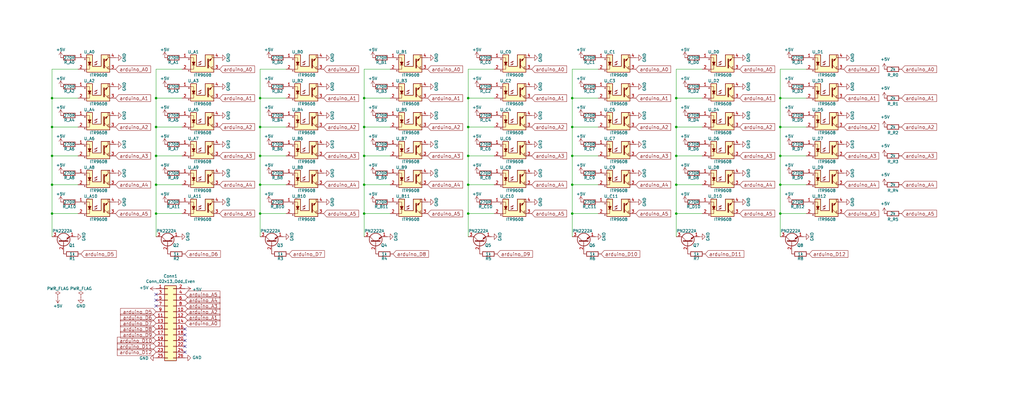
<source format=kicad_sch>
(kicad_sch (version 20211123) (generator eeschema)
  (paper "User" 450.012 180.01)
  (junction (at 68.58 68.58))
  (junction (at 114.3 43.18))
  (junction (at 22.86 68.58))
  (junction (at 160.02 68.58))
  (junction (at 68.58 55.88))
  (junction (at 114.3 68.58))
  (junction (at 22.86 43.18))
  (junction (at 342.9 43.18))
  (junction (at 251.46 55.88))
  (junction (at 68.58 93.98))
  (junction (at 251.46 81.28))
  (junction (at 297.18 81.28))
  (junction (at 68.58 81.28))
  (junction (at 160.02 81.28))
  (junction (at 22.86 55.88))
  (junction (at 342.9 55.88))
  (junction (at 251.46 68.58))
  (junction (at 342.9 81.28))
  (junction (at 205.74 55.88))
  (junction (at 297.18 93.98))
  (junction (at 68.58 43.18))
  (junction (at 251.46 43.18))
  (junction (at 160.02 55.88))
  (junction (at 342.9 93.98))
  (junction (at 342.9 68.58))
  (junction (at 160.02 43.18))
  (junction (at 297.18 68.58))
  (junction (at 160.02 93.98))
  (junction (at 297.18 55.88))
  (junction (at 297.18 43.18))
  (junction (at 22.86 81.28))
  (junction (at 205.74 68.58))
  (junction (at 22.86 93.98))
  (junction (at 114.3 55.88))
  (junction (at 114.3 93.98))
  (junction (at 251.46 93.98))
  (junction (at 114.3 81.28))
  (junction (at 205.74 93.98))
  (junction (at 205.74 81.28))
  (junction (at 205.74 43.18))
  (no_connect (at 81.28 154.94))
  (no_connect (at 81.28 149.86))
  (no_connect (at 68.58 132.08))
  (no_connect (at 81.28 144.78))
  (no_connect (at 81.28 147.32))
  (no_connect (at 68.58 129.54))
  (no_connect (at 81.28 152.4))
  (no_connect (at 68.58 134.62))
  (wire (pts (xy 342.9 68.58) (xy 342.9 81.28)))
  (wire (pts (xy 160.02 43.18) (xy 171.45 43.18)))
  (wire (pts (xy 160.02 43.18) (xy 160.02 55.88)))
  (wire (pts (xy 342.9 93.98) (xy 342.9 104.14)))
  (wire (pts (xy 160.02 30.48) (xy 160.02 43.18)))
  (wire (pts (xy 68.58 43.18) (xy 68.58 55.88)))
  (wire (pts (xy 205.74 81.28) (xy 217.17 81.28)))
  (wire (pts (xy 68.58 55.88) (xy 68.58 68.58)))
  (wire (pts (xy 68.58 93.98) (xy 80.01 93.98)))
  (wire (pts (xy 114.3 81.28) (xy 114.3 93.98)))
  (wire (pts (xy 34.29 30.48) (xy 22.86 30.48)))
  (wire (pts (xy 342.9 55.88) (xy 354.33 55.88)))
  (wire (pts (xy 297.18 93.98) (xy 308.61 93.98)))
  (wire (pts (xy 205.74 55.88) (xy 217.17 55.88)))
  (wire (pts (xy 22.86 93.98) (xy 22.86 104.14)))
  (wire (pts (xy 171.45 30.48) (xy 160.02 30.48)))
  (wire (pts (xy 251.46 43.18) (xy 262.89 43.18)))
  (wire (pts (xy 297.18 55.88) (xy 297.18 68.58)))
  (wire (pts (xy 68.58 68.58) (xy 80.01 68.58)))
  (wire (pts (xy 205.74 43.18) (xy 217.17 43.18)))
  (wire (pts (xy 297.18 68.58) (xy 297.18 81.28)))
  (wire (pts (xy 114.3 30.48) (xy 114.3 43.18)))
  (wire (pts (xy 217.17 30.48) (xy 205.74 30.48)))
  (wire (pts (xy 251.46 81.28) (xy 251.46 93.98)))
  (wire (pts (xy 160.02 55.88) (xy 160.02 68.58)))
  (wire (pts (xy 114.3 93.98) (xy 125.73 93.98)))
  (wire (pts (xy 342.9 30.48) (xy 342.9 43.18)))
  (wire (pts (xy 205.74 93.98) (xy 217.17 93.98)))
  (wire (pts (xy 22.86 68.58) (xy 34.29 68.58)))
  (wire (pts (xy 205.74 55.88) (xy 205.74 68.58)))
  (wire (pts (xy 114.3 43.18) (xy 125.73 43.18)))
  (wire (pts (xy 205.74 30.48) (xy 205.74 43.18)))
  (wire (pts (xy 251.46 68.58) (xy 251.46 81.28)))
  (wire (pts (xy 160.02 93.98) (xy 160.02 104.14)))
  (wire (pts (xy 22.86 43.18) (xy 34.29 43.18)))
  (wire (pts (xy 125.73 30.48) (xy 114.3 30.48)))
  (wire (pts (xy 22.86 30.48) (xy 22.86 43.18)))
  (wire (pts (xy 68.58 30.48) (xy 68.58 43.18)))
  (wire (pts (xy 68.58 55.88) (xy 80.01 55.88)))
  (wire (pts (xy 251.46 43.18) (xy 251.46 55.88)))
  (wire (pts (xy 160.02 81.28) (xy 171.45 81.28)))
  (wire (pts (xy 205.74 81.28) (xy 205.74 93.98)))
  (wire (pts (xy 68.58 43.18) (xy 80.01 43.18)))
  (wire (pts (xy 308.61 30.48) (xy 297.18 30.48)))
  (wire (pts (xy 297.18 81.28) (xy 297.18 93.98)))
  (wire (pts (xy 22.86 55.88) (xy 34.29 55.88)))
  (wire (pts (xy 68.58 81.28) (xy 68.58 93.98)))
  (wire (pts (xy 251.46 93.98) (xy 251.46 104.14)))
  (wire (pts (xy 251.46 68.58) (xy 262.89 68.58)))
  (wire (pts (xy 22.86 81.28) (xy 34.29 81.28)))
  (wire (pts (xy 205.74 93.98) (xy 205.74 104.14)))
  (wire (pts (xy 354.33 30.48) (xy 342.9 30.48)))
  (wire (pts (xy 205.74 68.58) (xy 205.74 81.28)))
  (wire (pts (xy 114.3 93.98) (xy 114.3 104.14)))
  (wire (pts (xy 297.18 81.28) (xy 308.61 81.28)))
  (wire (pts (xy 262.89 30.48) (xy 251.46 30.48)))
  (wire (pts (xy 297.18 43.18) (xy 308.61 43.18)))
  (wire (pts (xy 342.9 81.28) (xy 342.9 93.98)))
  (wire (pts (xy 251.46 93.98) (xy 262.89 93.98)))
  (wire (pts (xy 22.86 93.98) (xy 34.29 93.98)))
  (wire (pts (xy 114.3 81.28) (xy 125.73 81.28)))
  (wire (pts (xy 251.46 30.48) (xy 251.46 43.18)))
  (wire (pts (xy 114.3 68.58) (xy 114.3 81.28)))
  (wire (pts (xy 22.86 43.18) (xy 22.86 55.88)))
  (wire (pts (xy 297.18 30.48) (xy 297.18 43.18)))
  (wire (pts (xy 297.18 43.18) (xy 297.18 55.88)))
  (wire (pts (xy 342.9 43.18) (xy 354.33 43.18)))
  (wire (pts (xy 114.3 68.58) (xy 125.73 68.58)))
  (wire (pts (xy 68.58 93.98) (xy 68.58 104.14)))
  (wire (pts (xy 297.18 93.98) (xy 297.18 104.14)))
  (wire (pts (xy 205.74 68.58) (xy 217.17 68.58)))
  (wire (pts (xy 342.9 93.98) (xy 354.33 93.98)))
  (wire (pts (xy 22.86 81.28) (xy 22.86 93.98)))
  (wire (pts (xy 160.02 93.98) (xy 171.45 93.98)))
  (wire (pts (xy 297.18 55.88) (xy 308.61 55.88)))
  (wire (pts (xy 114.3 55.88) (xy 125.73 55.88)))
  (wire (pts (xy 342.9 68.58) (xy 354.33 68.58)))
  (wire (pts (xy 342.9 55.88) (xy 342.9 68.58)))
  (wire (pts (xy 68.58 68.58) (xy 68.58 81.28)))
  (wire (pts (xy 160.02 55.88) (xy 171.45 55.88)))
  (wire (pts (xy 22.86 68.58) (xy 22.86 81.28)))
  (wire (pts (xy 342.9 43.18) (xy 342.9 55.88)))
  (wire (pts (xy 251.46 55.88) (xy 251.46 68.58)))
  (wire (pts (xy 205.74 43.18) (xy 205.74 55.88)))
  (wire (pts (xy 297.18 68.58) (xy 308.61 68.58)))
  (wire (pts (xy 251.46 55.88) (xy 262.89 55.88)))
  (wire (pts (xy 68.58 81.28) (xy 80.01 81.28)))
  (wire (pts (xy 342.9 81.28) (xy 354.33 81.28)))
  (wire (pts (xy 22.86 55.88) (xy 22.86 68.58)))
  (wire (pts (xy 160.02 81.28) (xy 160.02 93.98)))
  (wire (pts (xy 114.3 55.88) (xy 114.3 68.58)))
  (wire (pts (xy 114.3 43.18) (xy 114.3 55.88)))
  (wire (pts (xy 80.01 30.48) (xy 68.58 30.48)))
  (wire (pts (xy 251.46 81.28) (xy 262.89 81.28)))
  (wire (pts (xy 160.02 68.58) (xy 171.45 68.58)))
  (wire (pts (xy 160.02 68.58) (xy 160.02 81.28)))
  (global_label "arduino_A1" (shape input) (at 370.84 43.18 0) (effects (font (size 1.524 1.524))) (property "Intersheet References" "${INTERSHEET_REFS}" (effects hide)))
  (global_label "arduino_A3" (shape input) (at 96.52 68.58 0) (effects (font (size 1.524 1.524))) (property "Intersheet References" "${INTERSHEET_REFS}" (effects hide)))
  (global_label "arduino_A0" (shape input) (at 50.8 30.48 0) (effects (font (size 1.524 1.524))) (property "Intersheet References" "${INTERSHEET_REFS}" (effects hide)))
  (global_label "arduino_A1" (shape input) (at 142.24 43.18 0) (effects (font (size 1.524 1.524))) (property "Intersheet References" "${INTERSHEET_REFS}" (effects hide)))
  (global_label "arduino_A2" (shape input) (at 370.84 55.88 0) (effects (font (size 1.524 1.524))) (property "Intersheet References" "${INTERSHEET_REFS}" (effects hide)))
  (global_label "arduino_A2" (shape input) (at 142.24 55.88 0) (effects (font (size 1.524 1.524))) (property "Intersheet References" "${INTERSHEET_REFS}" (effects hide)))
  (global_label "arduino_D12" (shape input) (at 355.6 111.76 0) (effects (font (size 1.524 1.524))) (property "Intersheet References" "${INTERSHEET_REFS}" (effects hide)))
  (global_label "arduino_A3" (shape input) (at 370.84 68.58 0) (effects (font (size 1.524 1.524))) (property "Intersheet References" "${INTERSHEET_REFS}" (effects hide)))
  (global_label "arduino_D7" (shape input) (at 127 111.76 0) (effects (font (size 1.524 1.524))) (property "Intersheet References" "${INTERSHEET_REFS}" (effects hide)))
  (global_label "arduino_A0" (shape input) (at 96.52 30.48 0) (effects (font (size 1.524 1.524))) (property "Intersheet References" "${INTERSHEET_REFS}" (effects hide)))
  (global_label "arduino_D5" (shape input) (at 35.56 111.76 0) (effects (font (size 1.524 1.524))) (property "Intersheet References" "${INTERSHEET_REFS}" (effects hide)))
  (global_label "arduino_A2" (shape input) (at 187.96 55.88 0) (effects (font (size 1.524 1.524))) (property "Intersheet References" "${INTERSHEET_REFS}" (effects hide)))
  (global_label "arduino_D9" (shape input) (at 68.58 147.32 180) (effects (font (size 1.524 1.524))) (property "Intersheet References" "${INTERSHEET_REFS}" (effects hide)))
  (global_label "arduino_A5" (shape input) (at 279.4 93.98 0) (effects (font (size 1.524 1.524))) (property "Intersheet References" "${INTERSHEET_REFS}" (effects hide)))
  (global_label "arduino_D11" (shape input) (at 309.88 111.76 0) (effects (font (size 1.524 1.524))) (property "Intersheet References" "${INTERSHEET_REFS}" (effects hide)))
  (global_label "arduino_A1" (shape input) (at 325.12 43.18 0) (effects (font (size 1.524 1.524))) (property "Intersheet References" "${INTERSHEET_REFS}" (effects hide)))
  (global_label "arduino_A5" (shape input) (at 370.84 93.98 0) (effects (font (size 1.524 1.524))) (property "Intersheet References" "${INTERSHEET_REFS}" (effects hide)))
  (global_label "arduino_D9" (shape input) (at 218.44 111.76 0) (effects (font (size 1.524 1.524))) (property "Intersheet References" "${INTERSHEET_REFS}" (effects hide)))
  (global_label "arduino_A4" (shape input) (at 396.24 81.28 0) (effects (font (size 1.524 1.524))) (property "Intersheet References" "${INTERSHEET_REFS}" (effects hide)))
  (global_label "arduino_A2" (shape input) (at 325.12 55.88 0) (effects (font (size 1.524 1.524))) (property "Intersheet References" "${INTERSHEET_REFS}" (effects hide)))
  (global_label "arduino_A3" (shape input) (at 50.8 68.58 0) (effects (font (size 1.524 1.524))) (property "Intersheet References" "${INTERSHEET_REFS}" (effects hide)))
  (global_label "arduino_A0" (shape input) (at 396.24 30.48 0) (effects (font (size 1.524 1.524))) (property "Intersheet References" "${INTERSHEET_REFS}" (effects hide)))
  (global_label "arduino_A3" (shape input) (at 187.96 68.58 0) (effects (font (size 1.524 1.524))) (property "Intersheet References" "${INTERSHEET_REFS}" (effects hide)))
  (global_label "arduino_A0" (shape input) (at 233.68 30.48 0) (effects (font (size 1.524 1.524))) (property "Intersheet References" "${INTERSHEET_REFS}" (effects hide)))
  (global_label "arduino_D8" (shape input) (at 172.72 111.76 0) (effects (font (size 1.524 1.524))) (property "Intersheet References" "${INTERSHEET_REFS}" (effects hide)))
  (global_label "arduino_A3" (shape input) (at 81.28 134.62 0) (effects (font (size 1.524 1.524))) (property "Intersheet References" "${INTERSHEET_REFS}" (effects hide)))
  (global_label "arduino_D7" (shape input) (at 68.58 142.24 180) (effects (font (size 1.524 1.524))) (property "Intersheet References" "${INTERSHEET_REFS}" (effects hide)))
  (global_label "arduino_A5" (shape input) (at 81.28 129.54 0) (effects (font (size 1.524 1.524))) (property "Intersheet References" "${INTERSHEET_REFS}" (effects hide)))
  (global_label "arduino_A1" (shape input) (at 233.68 43.18 0) (effects (font (size 1.524 1.524))) (property "Intersheet References" "${INTERSHEET_REFS}" (effects hide)))
  (global_label "arduino_A4" (shape input) (at 325.12 81.28 0) (effects (font (size 1.524 1.524))) (property "Intersheet References" "${INTERSHEET_REFS}" (effects hide)))
  (global_label "arduino_A5" (shape input) (at 50.8 93.98 0) (effects (font (size 1.524 1.524))) (property "Intersheet References" "${INTERSHEET_REFS}" (effects hide)))
  (global_label "arduino_A4" (shape input) (at 233.68 81.28 0) (effects (font (size 1.524 1.524))) (property "Intersheet References" "${INTERSHEET_REFS}" (effects hide)))
  (global_label "arduino_D5" (shape input) (at 68.58 137.16 180) (effects (font (size 1.524 1.524))) (property "Intersheet References" "${INTERSHEET_REFS}" (effects hide)))
  (global_label "arduino_A1" (shape input) (at 279.4 43.18 0) (effects (font (size 1.524 1.524))) (property "Intersheet References" "${INTERSHEET_REFS}" (effects hide)))
  (global_label "arduino_A1" (shape input) (at 96.52 43.18 0) (effects (font (size 1.524 1.524))) (property "Intersheet References" "${INTERSHEET_REFS}" (effects hide)))
  (global_label "arduino_A2" (shape input) (at 279.4 55.88 0) (effects (font (size 1.524 1.524))) (property "Intersheet References" "${INTERSHEET_REFS}" (effects hide)))
  (global_label "arduino_A4" (shape input) (at 50.8 81.28 0) (effects (font (size 1.524 1.524))) (property "Intersheet References" "${INTERSHEET_REFS}" (effects hide)))
  (global_label "arduino_A3" (shape input) (at 396.24 68.58 0) (effects (font (size 1.524 1.524))) (property "Intersheet References" "${INTERSHEET_REFS}" (effects hide)))
  (global_label "arduino_A4" (shape input) (at 187.96 81.28 0) (effects (font (size 1.524 1.524))) (property "Intersheet References" "${INTERSHEET_REFS}" (effects hide)))
  (global_label "arduino_D12" (shape input) (at 68.58 154.94 180) (effects (font (size 1.524 1.524))) (property "Intersheet References" "${INTERSHEET_REFS}" (effects hide)))
  (global_label "arduino_A0" (shape input) (at 279.4 30.48 0) (effects (font (size 1.524 1.524))) (property "Intersheet References" "${INTERSHEET_REFS}" (effects hide)))
  (global_label "arduino_A2" (shape input) (at 50.8 55.88 0) (effects (font (size 1.524 1.524))) (property "Intersheet References" "${INTERSHEET_REFS}" (effects hide)))
  (global_label "arduino_A2" (shape input) (at 96.52 55.88 0) (effects (font (size 1.524 1.524))) (property "Intersheet References" "${INTERSHEET_REFS}" (effects hide)))
  (global_label "arduino_A1" (shape input) (at 396.24 43.18 0) (effects (font (size 1.524 1.524))) (property "Intersheet References" "${INTERSHEET_REFS}" (effects hide)))
  (global_label "arduino_A0" (shape input) (at 325.12 30.48 0) (effects (font (size 1.524 1.524))) (property "Intersheet References" "${INTERSHEET_REFS}" (effects hide)))
  (global_label "arduino_A3" (shape input) (at 279.4 68.58 0) (effects (font (size 1.524 1.524))) (property "Intersheet References" "${INTERSHEET_REFS}" (effects hide)))
  (global_label "arduino_A4" (shape input) (at 81.28 132.08 0) (effects (font (size 1.524 1.524))) (property "Intersheet References" "${INTERSHEET_REFS}" (effects hide)))
  (global_label "arduino_A5" (shape input) (at 96.52 93.98 0) (effects (font (size 1.524 1.524))) (property "Intersheet References" "${INTERSHEET_REFS}" (effects hide)))
  (global_label "arduino_A3" (shape input) (at 142.24 68.58 0) (effects (font (size 1.524 1.524))) (property "Intersheet References" "${INTERSHEET_REFS}" (effects hide)))
  (global_label "arduino_A5" (shape input) (at 325.12 93.98 0) (effects (font (size 1.524 1.524))) (property "Intersheet References" "${INTERSHEET_REFS}" (effects hide)))
  (global_label "arduino_A2" (shape input) (at 81.28 137.16 0) (effects (font (size 1.524 1.524))) (property "Intersheet References" "${INTERSHEET_REFS}" (effects hide)))
  (global_label "arduino_A2" (shape input) (at 233.68 55.88 0) (effects (font (size 1.524 1.524))) (property "Intersheet References" "${INTERSHEET_REFS}" (effects hide)))
  (global_label "arduino_A4" (shape input) (at 279.4 81.28 0) (effects (font (size 1.524 1.524))) (property "Intersheet References" "${INTERSHEET_REFS}" (effects hide)))
  (global_label "arduino_A4" (shape input) (at 96.52 81.28 0) (effects (font (size 1.524 1.524))) (property "Intersheet References" "${INTERSHEET_REFS}" (effects hide)))
  (global_label "arduino_A1" (shape input) (at 50.8 43.18 0) (effects (font (size 1.524 1.524))) (property "Intersheet References" "${INTERSHEET_REFS}" (effects hide)))
  (global_label "arduino_A5" (shape input) (at 187.96 93.98 0) (effects (font (size 1.524 1.524))) (property "Intersheet References" "${INTERSHEET_REFS}" (effects hide)))
  (global_label "arduino_D6" (shape input) (at 68.58 139.7 180) (effects (font (size 1.524 1.524))) (property "Intersheet References" "${INTERSHEET_REFS}" (effects hide)))
  (global_label "arduino_A0" (shape input) (at 142.24 30.48 0) (effects (font (size 1.524 1.524))) (property "Intersheet References" "${INTERSHEET_REFS}" (effects hide)))
  (global_label "arduino_A3" (shape input) (at 233.68 68.58 0) (effects (font (size 1.524 1.524))) (property "Intersheet References" "${INTERSHEET_REFS}" (effects hide)))
  (global_label "arduino_A2" (shape input) (at 396.24 55.88 0) (effects (font (size 1.524 1.524))) (property "Intersheet References" "${INTERSHEET_REFS}" (effects hide)))
  (global_label "arduino_A0" (shape input) (at 81.28 142.24 0) (effects (font (size 1.524 1.524))) (property "Intersheet References" "${INTERSHEET_REFS}" (effects hide)))
  (global_label "arduino_D6" (shape input) (at 81.28 111.76 0) (effects (font (size 1.524 1.524))) (property "Intersheet References" "${INTERSHEET_REFS}" (effects hide)))
  (global_label "arduino_A0" (shape input) (at 370.84 30.48 0) (effects (font (size 1.524 1.524))) (property "Intersheet References" "${INTERSHEET_REFS}" (effects hide)))
  (global_label "arduino_A4" (shape input) (at 142.24 81.28 0) (effects (font (size 1.524 1.524))) (property "Intersheet References" "${INTERSHEET_REFS}" (effects hide)))
  (global_label "arduino_A0" (shape input) (at 187.96 30.48 0) (effects (font (size 1.524 1.524))) (property "Intersheet References" "${INTERSHEET_REFS}" (effects hide)))
  (global_label "arduino_D10" (shape input) (at 264.16 111.76 0) (effects (font (size 1.524 1.524))) (property "Intersheet References" "${INTERSHEET_REFS}" (effects hide)))
  (global_label "arduino_A1" (shape input) (at 187.96 43.18 0) (effects (font (size 1.524 1.524))) (property "Intersheet References" "${INTERSHEET_REFS}" (effects hide)))
  (global_label "arduino_A3" (shape input) (at 325.12 68.58 0) (effects (font (size 1.524 1.524))) (property "Intersheet References" "${INTERSHEET_REFS}" (effects hide)))
  (global_label "arduino_D8" (shape input) (at 68.58 144.78 180) (effects (font (size 1.524 1.524))) (property "Intersheet References" "${INTERSHEET_REFS}" (effects hide)))
  (global_label "arduino_A5" (shape input) (at 396.24 93.98 0) (effects (font (size 1.524 1.524))) (property "Intersheet References" "${INTERSHEET_REFS}" (effects hide)))
  (global_label "arduino_A5" (shape input) (at 142.24 93.98 0) (effects (font (size 1.524 1.524))) (property "Intersheet References" "${INTERSHEET_REFS}" (effects hide)))
  (global_label "arduino_A1" (shape input) (at 81.28 139.7 0) (effects (font (size 1.524 1.524))) (property "Intersheet References" "${INTERSHEET_REFS}" (effects hide)))
  (global_label "arduino_D10" (shape input) (at 68.58 149.86 180) (effects (font (size 1.524 1.524))) (property "Intersheet References" "${INTERSHEET_REFS}" (effects hide)))
  (global_label "arduino_A5" (shape input) (at 233.68 93.98 0) (effects (font (size 1.524 1.524))) (property "Intersheet References" "${INTERSHEET_REFS}" (effects hide)))
  (global_label "arduino_A4" (shape input) (at 370.84 81.28 0) (effects (font (size 1.524 1.524))) (property "Intersheet References" "${INTERSHEET_REFS}" (effects hide)))
  (global_label "arduino_D11" (shape input) (at 68.58 152.4 180) (effects (font (size 1.524 1.524))) (property "Intersheet References" "${INTERSHEET_REFS}" (effects hide)))
  (symbol (lib_id "optocouplers-rescue:GND-optocouplers-rescue") (at 50.8 38.1 90) (unit 1)
    (property "Reference" "#PWR01" (effects hide))
    (property "Value" "GND" (at 54.61 38.1 0))
  )
  (symbol (lib_id "optocouplers-rescue:R-optocouplers-rescue") (at 30.48 38.1 270) (unit 1)
    (property "Reference" "R_A2" (at 30.48 40.132 90))
    (property "Value" "270R" (at 30.48 38.1 90))
    (property "Footprint" "Resistor_SMD:R_1206_3216Metric_Pad1.42x1.75mm_HandSolder" (effects hide))
  )
  (symbol (lib_id "optocouplers-rescue:+5V-optocouplers-rescue") (at 26.67 38.1 0) (unit 1)
    (property "Reference" "#PWR02" (effects hide))
    (property "Value" "+5V" (at 26.67 34.544 0))
  )
  (symbol (lib_id "optocouplers-rescue:ITR9608-optocouplers-rescue") (at 41.91 27.94 0) (unit 1)
    (property "Reference" "U_A0" (at 36.83 22.86 0) (effects (justify left)))
    (property "Value" "ITR9608" (at 39.37 33.02 0) (effects (justify left)))
    (property "Footprint" "ITR9608:ITR9608" (effects hide))
  )
  (symbol (lib_id "optocouplers-rescue:GND-optocouplers-rescue") (at 50.8 25.4 90) (unit 1)
    (property "Reference" "#PWR03" (effects hide))
    (property "Value" "GND" (at 54.61 25.4 0))
  )
  (symbol (lib_id "optocouplers-rescue:R-optocouplers-rescue") (at 30.48 25.4 270) (unit 1)
    (property "Reference" "R_A0" (at 30.48 27.432 90))
    (property "Value" "270R" (at 30.48 25.4 90))
    (property "Footprint" "Resistor_SMD:R_1206_3216Metric_Pad1.42x1.75mm_HandSolder" (effects hide))
  )
  (symbol (lib_id "optocouplers-rescue:+5V-optocouplers-rescue") (at 26.67 25.4 0) (unit 1)
    (property "Reference" "#PWR04" (effects hide))
    (property "Value" "+5V" (at 26.67 21.844 0))
  )
  (symbol (lib_id "optocouplers-rescue:GND-optocouplers-rescue") (at 50.8 63.5 90) (unit 1)
    (property "Reference" "#PWR05" (effects hide))
    (property "Value" "GND" (at 54.61 63.5 0))
  )
  (symbol (lib_id "optocouplers-rescue:R-optocouplers-rescue") (at 30.48 63.5 270) (unit 1)
    (property "Reference" "R_A6" (at 30.48 65.532 90))
    (property "Value" "270R" (at 30.48 63.5 90))
    (property "Footprint" "Resistor_SMD:R_1206_3216Metric_Pad1.42x1.75mm_HandSolder" (effects hide))
  )
  (symbol (lib_id "optocouplers-rescue:+5V-optocouplers-rescue") (at 26.67 63.5 0) (unit 1)
    (property "Reference" "#PWR06" (effects hide))
    (property "Value" "+5V" (at 26.67 59.944 0))
  )
  (symbol (lib_id "optocouplers-rescue:GND-optocouplers-rescue") (at 50.8 50.8 90) (unit 1)
    (property "Reference" "#PWR07" (effects hide))
    (property "Value" "GND" (at 54.61 50.8 0))
  )
  (symbol (lib_id "optocouplers-rescue:R-optocouplers-rescue") (at 30.48 50.8 270) (unit 1)
    (property "Reference" "R_A4" (at 30.48 52.832 90))
    (property "Value" "270R" (at 30.48 50.8 90))
    (property "Footprint" "Resistor_SMD:R_1206_3216Metric_Pad1.42x1.75mm_HandSolder" (effects hide))
  )
  (symbol (lib_id "optocouplers-rescue:+5V-optocouplers-rescue") (at 26.67 50.8 0) (unit 1)
    (property "Reference" "#PWR08" (effects hide))
    (property "Value" "+5V" (at 26.67 47.244 0))
  )
  (symbol (lib_id "optocouplers-rescue:GND-optocouplers-rescue") (at 50.8 88.9 90) (unit 1)
    (property "Reference" "#PWR09" (effects hide))
    (property "Value" "GND" (at 54.61 88.9 0))
  )
  (symbol (lib_id "optocouplers-rescue:R-optocouplers-rescue") (at 30.48 88.9 270) (unit 1)
    (property "Reference" "R_A10" (at 30.48 90.932 90))
    (property "Value" "270R" (at 30.48 88.9 90))
    (property "Footprint" "Resistor_SMD:R_1206_3216Metric_Pad1.42x1.75mm_HandSolder" (effects hide))
  )
  (symbol (lib_id "optocouplers-rescue:+5V-optocouplers-rescue") (at 26.67 88.9 0) (unit 1)
    (property "Reference" "#PWR010" (effects hide))
    (property "Value" "+5V" (at 26.67 85.344 0))
  )
  (symbol (lib_id "optocouplers-rescue:GND-optocouplers-rescue") (at 50.8 76.2 90) (unit 1)
    (property "Reference" "#PWR011" (effects hide))
    (property "Value" "GND" (at 54.61 76.2 0))
  )
  (symbol (lib_id "optocouplers-rescue:R-optocouplers-rescue") (at 30.48 76.2 270) (unit 1)
    (property "Reference" "R_A8" (at 30.48 78.232 90))
    (property "Value" "270R" (at 30.48 76.2 90))
    (property "Footprint" "Resistor_SMD:R_1206_3216Metric_Pad1.42x1.75mm_HandSolder" (effects hide))
  )
  (symbol (lib_id "optocouplers-rescue:+5V-optocouplers-rescue") (at 26.67 76.2 0) (unit 1)
    (property "Reference" "#PWR012" (effects hide))
    (property "Value" "+5V" (at 26.67 72.644 0))
  )
  (symbol (lib_id "optocouplers-rescue:PN2222A-optocouplers-rescue") (at 27.94 106.68 90) (unit 1)
    (property "Reference" "Q1" (at 33.02 107.95 90) (effects (justify left)))
    (property "Value" "PN2222A" (at 31.75 101.6 90) (effects (justify left)))
    (property "Footprint" "Package_TO_SOT_THT:TO-92L_HandSolder" (effects hide))
  )
  (symbol (lib_id "optocouplers-rescue:GND-optocouplers-rescue") (at 33.02 104.14 90) (unit 1)
    (property "Reference" "#PWR017" (effects hide))
    (property "Value" "GND" (at 36.83 104.14 0))
  )
  (symbol (lib_id "optocouplers-rescue:R-optocouplers-rescue") (at 31.75 111.76 270) (unit 1)
    (property "Reference" "R1" (at 31.75 113.792 90))
    (property "Value" "1k" (at 31.75 111.76 90))
    (property "Footprint" "Resistor_SMD:R_1206_3216Metric_Pad1.42x1.75mm_HandSolder" (effects hide))
  )
  (symbol (lib_id "optocouplers-rescue:+5V-optocouplers-rescue") (at 25.4 130.81 180) (unit 1)
    (property "Reference" "#PWR018" (effects hide))
    (property "Value" "+5V" (at 25.4 134.62 0))
  )
  (symbol (lib_id "optocouplers-rescue:PWR_FLAG-optocouplers-rescue") (at 25.4 130.81 0) (unit 1)
    (property "Reference" "#FLG019" (effects hide))
    (property "Value" "PWR_FLAG" (at 25.4 127 0))
  )
  (symbol (lib_id "optocouplers-rescue:ITR9608-optocouplers-rescue") (at 41.91 40.64 0) (unit 1)
    (property "Reference" "U_A2" (at 36.83 35.56 0) (effects (justify left)))
    (property "Value" "ITR9608" (at 39.37 45.72 0) (effects (justify left)))
    (property "Footprint" "ITR9608:ITR9608" (effects hide))
  )
  (symbol (lib_id "optocouplers-rescue:ITR9608-optocouplers-rescue") (at 41.91 53.34 0) (unit 1)
    (property "Reference" "U_A4" (at 36.83 48.26 0) (effects (justify left)))
    (property "Value" "ITR9608" (at 39.37 58.42 0) (effects (justify left)))
    (property "Footprint" "ITR9608:ITR9608" (effects hide))
  )
  (symbol (lib_id "optocouplers-rescue:ITR9608-optocouplers-rescue") (at 41.91 66.04 0) (unit 1)
    (property "Reference" "U_A6" (at 36.83 60.96 0) (effects (justify left)))
    (property "Value" "ITR9608" (at 39.37 71.12 0) (effects (justify left)))
    (property "Footprint" "ITR9608:ITR9608" (effects hide))
  )
  (symbol (lib_id "optocouplers-rescue:ITR9608-optocouplers-rescue") (at 41.91 78.74 0) (unit 1)
    (property "Reference" "U_A8" (at 36.83 73.66 0) (effects (justify left)))
    (property "Value" "ITR9608" (at 39.37 83.82 0) (effects (justify left)))
    (property "Footprint" "ITR9608:ITR9608" (effects hide))
  )
  (symbol (lib_id "optocouplers-rescue:ITR9608-optocouplers-rescue") (at 41.91 91.44 0) (unit 1)
    (property "Reference" "U_A10" (at 36.83 86.36 0) (effects (justify left)))
    (property "Value" "ITR9608" (at 39.37 96.52 0) (effects (justify left)))
    (property "Footprint" "ITR9608:ITR9608" (effects hide))
  )
  (symbol (lib_id "optocouplers-rescue:GND-optocouplers-rescue") (at 96.52 38.1 90) (unit 1)
    (property "Reference" "#PWR013" (effects hide))
    (property "Value" "GND" (at 100.33 38.1 0))
  )
  (symbol (lib_id "optocouplers-rescue:R-optocouplers-rescue") (at 76.2 38.1 270) (unit 1)
    (property "Reference" "R_A3" (at 76.2 40.132 90))
    (property "Value" "270R" (at 76.2 38.1 90))
    (property "Footprint" "Resistor_SMD:R_1206_3216Metric_Pad1.42x1.75mm_HandSolder" (effects hide))
  )
  (symbol (lib_id "optocouplers-rescue:+5V-optocouplers-rescue") (at 72.39 38.1 0) (unit 1)
    (property "Reference" "#PWR014" (effects hide))
    (property "Value" "+5V" (at 72.39 34.544 0))
  )
  (symbol (lib_id "optocouplers-rescue:ITR9608-optocouplers-rescue") (at 87.63 27.94 0) (unit 1)
    (property "Reference" "U_A1" (at 82.55 22.86 0) (effects (justify left)))
    (property "Value" "ITR9608" (at 85.09 33.02 0) (effects (justify left)))
    (property "Footprint" "ITR9608:ITR9608" (effects hide))
  )
  (symbol (lib_id "optocouplers-rescue:GND-optocouplers-rescue") (at 96.52 25.4 90) (unit 1)
    (property "Reference" "#PWR015" (effects hide))
    (property "Value" "GND" (at 100.33 25.4 0))
  )
  (symbol (lib_id "optocouplers-rescue:R-optocouplers-rescue") (at 76.2 25.4 270) (unit 1)
    (property "Reference" "R_A1" (at 76.2 27.432 90))
    (property "Value" "270R" (at 76.2 25.4 90))
    (property "Footprint" "Resistor_SMD:R_1206_3216Metric_Pad1.42x1.75mm_HandSolder" (effects hide))
  )
  (symbol (lib_id "optocouplers-rescue:+5V-optocouplers-rescue") (at 72.39 25.4 0) (unit 1)
    (property "Reference" "#PWR016" (effects hide))
    (property "Value" "+5V" (at 72.39 21.844 0))
  )
  (symbol (lib_id "optocouplers-rescue:GND-optocouplers-rescue") (at 96.52 63.5 90) (unit 1)
    (property "Reference" "#PWR019" (effects hide))
    (property "Value" "GND" (at 100.33 63.5 0))
  )
  (symbol (lib_id "optocouplers-rescue:R-optocouplers-rescue") (at 76.2 63.5 270) (unit 1)
    (property "Reference" "R_A7" (at 76.2 65.532 90))
    (property "Value" "270R" (at 76.2 63.5 90))
    (property "Footprint" "Resistor_SMD:R_1206_3216Metric_Pad1.42x1.75mm_HandSolder" (effects hide))
  )
  (symbol (lib_id "optocouplers-rescue:+5V-optocouplers-rescue") (at 72.39 63.5 0) (unit 1)
    (property "Reference" "#PWR020" (effects hide))
    (property "Value" "+5V" (at 72.39 59.944 0))
  )
  (symbol (lib_id "optocouplers-rescue:GND-optocouplers-rescue") (at 96.52 50.8 90) (unit 1)
    (property "Reference" "#PWR021" (effects hide))
    (property "Value" "GND" (at 100.33 50.8 0))
  )
  (symbol (lib_id "optocouplers-rescue:R-optocouplers-rescue") (at 76.2 50.8 270) (unit 1)
    (property "Reference" "R_A5" (at 76.2 52.832 90))
    (property "Value" "270R" (at 76.2 50.8 90))
    (property "Footprint" "Resistor_SMD:R_1206_3216Metric_Pad1.42x1.75mm_HandSolder" (effects hide))
  )
  (symbol (lib_id "optocouplers-rescue:+5V-optocouplers-rescue") (at 72.39 50.8 0) (unit 1)
    (property "Reference" "#PWR022" (effects hide))
    (property "Value" "+5V" (at 72.39 47.244 0))
  )
  (symbol (lib_id "optocouplers-rescue:GND-optocouplers-rescue") (at 96.52 88.9 90) (unit 1)
    (property "Reference" "#PWR023" (effects hide))
    (property "Value" "GND" (at 100.33 88.9 0))
  )
  (symbol (lib_id "optocouplers-rescue:R-optocouplers-rescue") (at 76.2 88.9 270) (unit 1)
    (property "Reference" "R_A11" (at 76.2 90.932 90))
    (property "Value" "270R" (at 76.2 88.9 90))
    (property "Footprint" "Resistor_SMD:R_1206_3216Metric_Pad1.42x1.75mm_HandSolder" (effects hide))
  )
  (symbol (lib_id "optocouplers-rescue:+5V-optocouplers-rescue") (at 72.39 88.9 0) (unit 1)
    (property "Reference" "#PWR024" (effects hide))
    (property "Value" "+5V" (at 72.39 85.344 0))
  )
  (symbol (lib_id "optocouplers-rescue:GND-optocouplers-rescue") (at 96.52 76.2 90) (unit 1)
    (property "Reference" "#PWR025" (effects hide))
    (property "Value" "GND" (at 100.33 76.2 0))
  )
  (symbol (lib_id "optocouplers-rescue:R-optocouplers-rescue") (at 76.2 76.2 270) (unit 1)
    (property "Reference" "R_A9" (at 76.2 78.232 90))
    (property "Value" "270R" (at 76.2 76.2 90))
    (property "Footprint" "Resistor_SMD:R_1206_3216Metric_Pad1.42x1.75mm_HandSolder" (effects hide))
  )
  (symbol (lib_id "optocouplers-rescue:+5V-optocouplers-rescue") (at 72.39 76.2 0) (unit 1)
    (property "Reference" "#PWR026" (effects hide))
    (property "Value" "+5V" (at 72.39 72.644 0))
  )
  (symbol (lib_id "optocouplers-rescue:PN2222A-optocouplers-rescue") (at 73.66 106.68 90) (unit 1)
    (property "Reference" "Q2" (at 78.74 107.95 90) (effects (justify left)))
    (property "Value" "PN2222A" (at 77.47 101.6 90) (effects (justify left)))
    (property "Footprint" "Package_TO_SOT_THT:TO-92L_HandSolder" (effects hide))
  )
  (symbol (lib_id "optocouplers-rescue:GND-optocouplers-rescue") (at 78.74 104.14 90) (unit 1)
    (property "Reference" "#PWR027" (effects hide))
    (property "Value" "GND" (at 82.55 104.14 0))
  )
  (symbol (lib_id "optocouplers-rescue:R-optocouplers-rescue") (at 77.47 111.76 270) (unit 1)
    (property "Reference" "R2" (at 77.47 113.792 90))
    (property "Value" "1k" (at 77.47 111.76 90))
    (property "Footprint" "Resistor_SMD:R_1206_3216Metric_Pad1.42x1.75mm_HandSolder" (effects hide))
  )
  (symbol (lib_id "optocouplers-rescue:ITR9608-optocouplers-rescue") (at 87.63 40.64 0) (unit 1)
    (property "Reference" "U_A3" (at 82.55 35.56 0) (effects (justify left)))
    (property "Value" "ITR9608" (at 85.09 45.72 0) (effects (justify left)))
    (property "Footprint" "ITR9608:ITR9608" (effects hide))
  )
  (symbol (lib_id "optocouplers-rescue:ITR9608-optocouplers-rescue") (at 87.63 53.34 0) (unit 1)
    (property "Reference" "U_A5" (at 82.55 48.26 0) (effects (justify left)))
    (property "Value" "ITR9608" (at 85.09 58.42 0) (effects (justify left)))
    (property "Footprint" "ITR9608:ITR9608" (effects hide))
  )
  (symbol (lib_id "optocouplers-rescue:ITR9608-optocouplers-rescue") (at 87.63 66.04 0) (unit 1)
    (property "Reference" "U_A7" (at 82.55 60.96 0) (effects (justify left)))
    (property "Value" "ITR9608" (at 85.09 71.12 0) (effects (justify left)))
    (property "Footprint" "ITR9608:ITR9608" (effects hide))
  )
  (symbol (lib_id "optocouplers-rescue:ITR9608-optocouplers-rescue") (at 87.63 78.74 0) (unit 1)
    (property "Reference" "U_A9" (at 82.55 73.66 0) (effects (justify left)))
    (property "Value" "ITR9608" (at 85.09 83.82 0) (effects (justify left)))
    (property "Footprint" "ITR9608:ITR9608" (effects hide))
  )
  (symbol (lib_id "optocouplers-rescue:ITR9608-optocouplers-rescue") (at 87.63 91.44 0) (unit 1)
    (property "Reference" "U_A11" (at 82.55 86.36 0) (effects (justify left)))
    (property "Value" "ITR9608" (at 85.09 96.52 0) (effects (justify left)))
    (property "Footprint" "ITR9608:ITR9608" (effects hide))
  )
  (symbol (lib_id "optocouplers-rescue:GND-optocouplers-rescue") (at 142.24 38.1 90) (unit 1)
    (property "Reference" "#PWR028" (effects hide))
    (property "Value" "GND" (at 146.05 38.1 0))
  )
  (symbol (lib_id "optocouplers-rescue:R-optocouplers-rescue") (at 121.92 38.1 270) (unit 1)
    (property "Reference" "R_B2" (at 121.92 40.132 90))
    (property "Value" "270R" (at 121.92 38.1 90))
    (property "Footprint" "Resistor_SMD:R_1206_3216Metric_Pad1.42x1.75mm_HandSolder" (effects hide))
  )
  (symbol (lib_id "optocouplers-rescue:+5V-optocouplers-rescue") (at 118.11 38.1 0) (unit 1)
    (property "Reference" "#PWR029" (effects hide))
    (property "Value" "+5V" (at 118.11 34.544 0))
  )
  (symbol (lib_id "optocouplers-rescue:ITR9608-optocouplers-rescue") (at 133.35 27.94 0) (unit 1)
    (property "Reference" "U_B0" (at 128.27 22.86 0) (effects (justify left)))
    (property "Value" "ITR9608" (at 130.81 33.02 0) (effects (justify left)))
    (property "Footprint" "ITR9608:ITR9608" (effects hide))
  )
  (symbol (lib_id "optocouplers-rescue:GND-optocouplers-rescue") (at 142.24 25.4 90) (unit 1)
    (property "Reference" "#PWR030" (effects hide))
    (property "Value" "GND" (at 146.05 25.4 0))
  )
  (symbol (lib_id "optocouplers-rescue:R-optocouplers-rescue") (at 121.92 25.4 270) (unit 1)
    (property "Reference" "R_B0" (at 121.92 27.432 90))
    (property "Value" "270R" (at 121.92 25.4 90))
    (property "Footprint" "Resistor_SMD:R_1206_3216Metric_Pad1.42x1.75mm_HandSolder" (effects hide))
  )
  (symbol (lib_id "optocouplers-rescue:+5V-optocouplers-rescue") (at 118.11 25.4 0) (unit 1)
    (property "Reference" "#PWR031" (effects hide))
    (property "Value" "+5V" (at 118.11 21.844 0))
  )
  (symbol (lib_id "optocouplers-rescue:GND-optocouplers-rescue") (at 142.24 63.5 90) (unit 1)
    (property "Reference" "#PWR032" (effects hide))
    (property "Value" "GND" (at 146.05 63.5 0))
  )
  (symbol (lib_id "optocouplers-rescue:R-optocouplers-rescue") (at 121.92 63.5 270) (unit 1)
    (property "Reference" "R_B6" (at 121.92 65.532 90))
    (property "Value" "270R" (at 121.92 63.5 90))
    (property "Footprint" "Resistor_SMD:R_1206_3216Metric_Pad1.42x1.75mm_HandSolder" (effects hide))
  )
  (symbol (lib_id "optocouplers-rescue:+5V-optocouplers-rescue") (at 118.11 63.5 0) (unit 1)
    (property "Reference" "#PWR033" (effects hide))
    (property "Value" "+5V" (at 118.11 59.944 0))
  )
  (symbol (lib_id "optocouplers-rescue:GND-optocouplers-rescue") (at 142.24 50.8 90) (unit 1)
    (property "Reference" "#PWR034" (effects hide))
    (property "Value" "GND" (at 146.05 50.8 0))
  )
  (symbol (lib_id "optocouplers-rescue:R-optocouplers-rescue") (at 121.92 50.8 270) (unit 1)
    (property "Reference" "R_B4" (at 121.92 52.832 90))
    (property "Value" "270R" (at 121.92 50.8 90))
    (property "Footprint" "Resistor_SMD:R_1206_3216Metric_Pad1.42x1.75mm_HandSolder" (effects hide))
  )
  (symbol (lib_id "optocouplers-rescue:+5V-optocouplers-rescue") (at 118.11 50.8 0) (unit 1)
    (property "Reference" "#PWR035" (effects hide))
    (property "Value" "+5V" (at 118.11 47.244 0))
  )
  (symbol (lib_id "optocouplers-rescue:GND-optocouplers-rescue") (at 142.24 88.9 90) (unit 1)
    (property "Reference" "#PWR036" (effects hide))
    (property "Value" "GND" (at 146.05 88.9 0))
  )
  (symbol (lib_id "optocouplers-rescue:R-optocouplers-rescue") (at 121.92 88.9 270) (unit 1)
    (property "Reference" "R_B10" (at 121.92 90.932 90))
    (property "Value" "270R" (at 121.92 88.9 90))
    (property "Footprint" "Resistor_SMD:R_1206_3216Metric_Pad1.42x1.75mm_HandSolder" (effects hide))
  )
  (symbol (lib_id "optocouplers-rescue:+5V-optocouplers-rescue") (at 118.11 88.9 0) (unit 1)
    (property "Reference" "#PWR037" (effects hide))
    (property "Value" "+5V" (at 118.11 85.344 0))
  )
  (symbol (lib_id "optocouplers-rescue:GND-optocouplers-rescue") (at 142.24 76.2 90) (unit 1)
    (property "Reference" "#PWR038" (effects hide))
    (property "Value" "GND" (at 146.05 76.2 0))
  )
  (symbol (lib_id "optocouplers-rescue:R-optocouplers-rescue") (at 121.92 76.2 270) (unit 1)
    (property "Reference" "R_B8" (at 121.92 78.232 90))
    (property "Value" "270R" (at 121.92 76.2 90))
    (property "Footprint" "Resistor_SMD:R_1206_3216Metric_Pad1.42x1.75mm_HandSolder" (effects hide))
  )
  (symbol (lib_id "optocouplers-rescue:+5V-optocouplers-rescue") (at 118.11 76.2 0) (unit 1)
    (property "Reference" "#PWR039" (effects hide))
    (property "Value" "+5V" (at 118.11 72.644 0))
  )
  (symbol (lib_id "optocouplers-rescue:PN2222A-optocouplers-rescue") (at 119.38 106.68 90) (unit 1)
    (property "Reference" "Q3" (at 124.46 107.95 90) (effects (justify left)))
    (property "Value" "PN2222A" (at 123.19 101.6 90) (effects (justify left)))
    (property "Footprint" "Package_TO_SOT_THT:TO-92L_HandSolder" (effects hide))
  )
  (symbol (lib_id "optocouplers-rescue:GND-optocouplers-rescue") (at 124.46 104.14 90) (unit 1)
    (property "Reference" "#PWR040" (effects hide))
    (property "Value" "GND" (at 128.27 104.14 0))
  )
  (symbol (lib_id "optocouplers-rescue:R-optocouplers-rescue") (at 123.19 111.76 270) (unit 1)
    (property "Reference" "R3" (at 123.19 113.792 90))
    (property "Value" "1k" (at 123.19 111.76 90))
    (property "Footprint" "Resistor_SMD:R_1206_3216Metric_Pad1.42x1.75mm_HandSolder" (effects hide))
  )
  (symbol (lib_id "optocouplers-rescue:ITR9608-optocouplers-rescue") (at 133.35 40.64 0) (unit 1)
    (property "Reference" "U_B2" (at 128.27 35.56 0) (effects (justify left)))
    (property "Value" "ITR9608" (at 130.81 45.72 0) (effects (justify left)))
    (property "Footprint" "ITR9608:ITR9608" (effects hide))
  )
  (symbol (lib_id "optocouplers-rescue:ITR9608-optocouplers-rescue") (at 133.35 53.34 0) (unit 1)
    (property "Reference" "U_B4" (at 128.27 48.26 0) (effects (justify left)))
    (property "Value" "ITR9608" (at 130.81 58.42 0) (effects (justify left)))
    (property "Footprint" "ITR9608:ITR9608" (effects hide))
  )
  (symbol (lib_id "optocouplers-rescue:ITR9608-optocouplers-rescue") (at 133.35 66.04 0) (unit 1)
    (property "Reference" "U_B6" (at 128.27 60.96 0) (effects (justify left)))
    (property "Value" "ITR9608" (at 130.81 71.12 0) (effects (justify left)))
    (property "Footprint" "ITR9608:ITR9608" (effects hide))
  )
  (symbol (lib_id "optocouplers-rescue:ITR9608-optocouplers-rescue") (at 133.35 78.74 0) (unit 1)
    (property "Reference" "U_B8" (at 128.27 73.66 0) (effects (justify left)))
    (property "Value" "ITR9608" (at 130.81 83.82 0) (effects (justify left)))
    (property "Footprint" "ITR9608:ITR9608" (effects hide))
  )
  (symbol (lib_id "optocouplers-rescue:ITR9608-optocouplers-rescue") (at 133.35 91.44 0) (unit 1)
    (property "Reference" "U_B10" (at 128.27 86.36 0) (effects (justify left)))
    (property "Value" "ITR9608" (at 130.81 96.52 0) (effects (justify left)))
    (property "Footprint" "ITR9608:ITR9608" (effects hide))
  )
  (symbol (lib_id "optocouplers-rescue:GND-optocouplers-rescue") (at 187.96 38.1 90) (unit 1)
    (property "Reference" "#PWR041" (effects hide))
    (property "Value" "GND" (at 191.77 38.1 0))
  )
  (symbol (lib_id "optocouplers-rescue:R-optocouplers-rescue") (at 167.64 38.1 270) (unit 1)
    (property "Reference" "R_B3" (at 167.64 40.132 90))
    (property "Value" "270R" (at 167.64 38.1 90))
    (property "Footprint" "Resistor_SMD:R_1206_3216Metric_Pad1.42x1.75mm_HandSolder" (effects hide))
  )
  (symbol (lib_id "optocouplers-rescue:+5V-optocouplers-rescue") (at 163.83 38.1 0) (unit 1)
    (property "Reference" "#PWR042" (effects hide))
    (property "Value" "+5V" (at 163.83 34.544 0))
  )
  (symbol (lib_id "optocouplers-rescue:ITR9608-optocouplers-rescue") (at 179.07 27.94 0) (unit 1)
    (property "Reference" "U_B1" (at 173.99 22.86 0) (effects (justify left)))
    (property "Value" "ITR9608" (at 176.53 33.02 0) (effects (justify left)))
    (property "Footprint" "ITR9608:ITR9608" (effects hide))
  )
  (symbol (lib_id "optocouplers-rescue:GND-optocouplers-rescue") (at 187.96 25.4 90) (unit 1)
    (property "Reference" "#PWR043" (effects hide))
    (property "Value" "GND" (at 191.77 25.4 0))
  )
  (symbol (lib_id "optocouplers-rescue:R-optocouplers-rescue") (at 167.64 25.4 270) (unit 1)
    (property "Reference" "R_B1" (at 167.64 27.432 90))
    (property "Value" "270R" (at 167.64 25.4 90))
    (property "Footprint" "Resistor_SMD:R_1206_3216Metric_Pad1.42x1.75mm_HandSolder" (effects hide))
  )
  (symbol (lib_id "optocouplers-rescue:+5V-optocouplers-rescue") (at 163.83 25.4 0) (unit 1)
    (property "Reference" "#PWR044" (effects hide))
    (property "Value" "+5V" (at 163.83 21.844 0))
  )
  (symbol (lib_id "optocouplers-rescue:GND-optocouplers-rescue") (at 187.96 63.5 90) (unit 1)
    (property "Reference" "#PWR045" (effects hide))
    (property "Value" "GND" (at 191.77 63.5 0))
  )
  (symbol (lib_id "optocouplers-rescue:R-optocouplers-rescue") (at 167.64 63.5 270) (unit 1)
    (property "Reference" "R_B7" (at 167.64 65.532 90))
    (property "Value" "270R" (at 167.64 63.5 90))
    (property "Footprint" "Resistor_SMD:R_1206_3216Metric_Pad1.42x1.75mm_HandSolder" (effects hide))
  )
  (symbol (lib_id "optocouplers-rescue:+5V-optocouplers-rescue") (at 163.83 63.5 0) (unit 1)
    (property "Reference" "#PWR046" (effects hide))
    (property "Value" "+5V" (at 163.83 59.944 0))
  )
  (symbol (lib_id "optocouplers-rescue:GND-optocouplers-rescue") (at 187.96 50.8 90) (unit 1)
    (property "Reference" "#PWR047" (effects hide))
    (property "Value" "GND" (at 191.77 50.8 0))
  )
  (symbol (lib_id "optocouplers-rescue:R-optocouplers-rescue") (at 167.64 50.8 270) (unit 1)
    (property "Reference" "R_B5" (at 167.64 52.832 90))
    (property "Value" "270R" (at 167.64 50.8 90))
    (property "Footprint" "Resistor_SMD:R_1206_3216Metric_Pad1.42x1.75mm_HandSolder" (effects hide))
  )
  (symbol (lib_id "optocouplers-rescue:+5V-optocouplers-rescue") (at 163.83 50.8 0) (unit 1)
    (property "Reference" "#PWR048" (effects hide))
    (property "Value" "+5V" (at 163.83 47.244 0))
  )
  (symbol (lib_id "optocouplers-rescue:GND-optocouplers-rescue") (at 187.96 88.9 90) (unit 1)
    (property "Reference" "#PWR049" (effects hide))
    (property "Value" "GND" (at 191.77 88.9 0))
  )
  (symbol (lib_id "optocouplers-rescue:R-optocouplers-rescue") (at 167.64 88.9 270) (unit 1)
    (property "Reference" "R_B11" (at 167.64 90.932 90))
    (property "Value" "270R" (at 167.64 88.9 90))
    (property "Footprint" "Resistor_SMD:R_1206_3216Metric_Pad1.42x1.75mm_HandSolder" (effects hide))
  )
  (symbol (lib_id "optocouplers-rescue:+5V-optocouplers-rescue") (at 163.83 88.9 0) (unit 1)
    (property "Reference" "#PWR050" (effects hide))
    (property "Value" "+5V" (at 163.83 85.344 0))
  )
  (symbol (lib_id "optocouplers-rescue:GND-optocouplers-rescue") (at 187.96 76.2 90) (unit 1)
    (property "Reference" "#PWR051" (effects hide))
    (property "Value" "GND" (at 191.77 76.2 0))
  )
  (symbol (lib_id "optocouplers-rescue:R-optocouplers-rescue") (at 167.64 76.2 270) (unit 1)
    (property "Reference" "R_B9" (at 167.64 78.232 90))
    (property "Value" "270R" (at 167.64 76.2 90))
    (property "Footprint" "Resistor_SMD:R_1206_3216Metric_Pad1.42x1.75mm_HandSolder" (effects hide))
  )
  (symbol (lib_id "optocouplers-rescue:+5V-optocouplers-rescue") (at 163.83 76.2 0) (unit 1)
    (property "Reference" "#PWR052" (effects hide))
    (property "Value" "+5V" (at 163.83 72.644 0))
  )
  (symbol (lib_id "optocouplers-rescue:PN2222A-optocouplers-rescue") (at 165.1 106.68 90) (unit 1)
    (property "Reference" "Q4" (at 170.18 107.95 90) (effects (justify left)))
    (property "Value" "PN2222A" (at 168.91 101.6 90) (effects (justify left)))
    (property "Footprint" "Package_TO_SOT_THT:TO-92L_HandSolder" (effects hide))
  )
  (symbol (lib_id "optocouplers-rescue:GND-optocouplers-rescue") (at 170.18 104.14 90) (unit 1)
    (property "Reference" "#PWR053" (effects hide))
    (property "Value" "GND" (at 173.99 104.14 0))
  )
  (symbol (lib_id "optocouplers-rescue:R-optocouplers-rescue") (at 168.91 111.76 270) (unit 1)
    (property "Reference" "R4" (at 168.91 113.792 90))
    (property "Value" "1k" (at 168.91 111.76 90))
    (property "Footprint" "Resistor_SMD:R_1206_3216Metric_Pad1.42x1.75mm_HandSolder" (effects hide))
  )
  (symbol (lib_id "optocouplers-rescue:ITR9608-optocouplers-rescue") (at 179.07 40.64 0) (unit 1)
    (property "Reference" "U_B3" (at 173.99 35.56 0) (effects (justify left)))
    (property "Value" "ITR9608" (at 176.53 45.72 0) (effects (justify left)))
    (property "Footprint" "ITR9608:ITR9608" (effects hide))
  )
  (symbol (lib_id "optocouplers-rescue:ITR9608-optocouplers-rescue") (at 179.07 53.34 0) (unit 1)
    (property "Reference" "U_B5" (at 173.99 48.26 0) (effects (justify left)))
    (property "Value" "ITR9608" (at 176.53 58.42 0) (effects (justify left)))
    (property "Footprint" "ITR9608:ITR9608" (effects hide))
  )
  (symbol (lib_id "optocouplers-rescue:ITR9608-optocouplers-rescue") (at 179.07 66.04 0) (unit 1)
    (property "Reference" "U_B7" (at 173.99 60.96 0) (effects (justify left)))
    (property "Value" "ITR9608" (at 176.53 71.12 0) (effects (justify left)))
    (property "Footprint" "ITR9608:ITR9608" (effects hide))
  )
  (symbol (lib_id "optocouplers-rescue:ITR9608-optocouplers-rescue") (at 179.07 78.74 0) (unit 1)
    (property "Reference" "U_B9" (at 173.99 73.66 0) (effects (justify left)))
    (property "Value" "ITR9608" (at 176.53 83.82 0) (effects (justify left)))
    (property "Footprint" "ITR9608:ITR9608" (effects hide))
  )
  (symbol (lib_id "optocouplers-rescue:ITR9608-optocouplers-rescue") (at 179.07 91.44 0) (unit 1)
    (property "Reference" "U_B11" (at 173.99 86.36 0) (effects (justify left)))
    (property "Value" "ITR9608" (at 176.53 96.52 0) (effects (justify left)))
    (property "Footprint" "ITR9608:ITR9608" (effects hide))
  )
  (symbol (lib_id "optocouplers-rescue:GND-optocouplers-rescue") (at 233.68 38.1 90) (unit 1)
    (property "Reference" "#PWR054" (effects hide))
    (property "Value" "GND" (at 237.49 38.1 0))
  )
  (symbol (lib_id "optocouplers-rescue:R-optocouplers-rescue") (at 213.36 38.1 270) (unit 1)
    (property "Reference" "R_C2" (at 213.36 40.132 90))
    (property "Value" "270R" (at 213.36 38.1 90))
    (property "Footprint" "Resistor_SMD:R_1206_3216Metric_Pad1.42x1.75mm_HandSolder" (effects hide))
  )
  (symbol (lib_id "optocouplers-rescue:+5V-optocouplers-rescue") (at 209.55 38.1 0) (unit 1)
    (property "Reference" "#PWR055" (effects hide))
    (property "Value" "+5V" (at 209.55 34.544 0))
  )
  (symbol (lib_id "optocouplers-rescue:ITR9608-optocouplers-rescue") (at 224.79 27.94 0) (unit 1)
    (property "Reference" "U_C0" (at 219.71 22.86 0) (effects (justify left)))
    (property "Value" "ITR9608" (at 222.25 33.02 0) (effects (justify left)))
    (property "Footprint" "ITR9608:ITR9608" (effects hide))
  )
  (symbol (lib_id "optocouplers-rescue:GND-optocouplers-rescue") (at 233.68 25.4 90) (unit 1)
    (property "Reference" "#PWR056" (effects hide))
    (property "Value" "GND" (at 237.49 25.4 0))
  )
  (symbol (lib_id "optocouplers-rescue:R-optocouplers-rescue") (at 213.36 25.4 270) (unit 1)
    (property "Reference" "R_C0" (at 213.36 27.432 90))
    (property "Value" "270R" (at 213.36 25.4 90))
    (property "Footprint" "Resistor_SMD:R_1206_3216Metric_Pad1.42x1.75mm_HandSolder" (effects hide))
  )
  (symbol (lib_id "optocouplers-rescue:+5V-optocouplers-rescue") (at 209.55 25.4 0) (unit 1)
    (property "Reference" "#PWR057" (effects hide))
    (property "Value" "+5V" (at 209.55 21.844 0))
  )
  (symbol (lib_id "optocouplers-rescue:GND-optocouplers-rescue") (at 233.68 63.5 90) (unit 1)
    (property "Reference" "#PWR058" (effects hide))
    (property "Value" "GND" (at 237.49 63.5 0))
  )
  (symbol (lib_id "optocouplers-rescue:R-optocouplers-rescue") (at 213.36 63.5 270) (unit 1)
    (property "Reference" "R_C6" (at 213.36 65.532 90))
    (property "Value" "270R" (at 213.36 63.5 90))
    (property "Footprint" "Resistor_SMD:R_1206_3216Metric_Pad1.42x1.75mm_HandSolder" (effects hide))
  )
  (symbol (lib_id "optocouplers-rescue:+5V-optocouplers-rescue") (at 209.55 63.5 0) (unit 1)
    (property "Reference" "#PWR059" (effects hide))
    (property "Value" "+5V" (at 209.55 59.944 0))
  )
  (symbol (lib_id "optocouplers-rescue:GND-optocouplers-rescue") (at 233.68 50.8 90) (unit 1)
    (property "Reference" "#PWR060" (effects hide))
    (property "Value" "GND" (at 237.49 50.8 0))
  )
  (symbol (lib_id "optocouplers-rescue:R-optocouplers-rescue") (at 213.36 50.8 270) (unit 1)
    (property "Reference" "R_C4" (at 213.36 52.832 90))
    (property "Value" "270R" (at 213.36 50.8 90))
    (property "Footprint" "Resistor_SMD:R_1206_3216Metric_Pad1.42x1.75mm_HandSolder" (effects hide))
  )
  (symbol (lib_id "optocouplers-rescue:+5V-optocouplers-rescue") (at 209.55 50.8 0) (unit 1)
    (property "Reference" "#PWR061" (effects hide))
    (property "Value" "+5V" (at 209.55 47.244 0))
  )
  (symbol (lib_id "optocouplers-rescue:GND-optocouplers-rescue") (at 233.68 88.9 90) (unit 1)
    (property "Reference" "#PWR062" (effects hide))
    (property "Value" "GND" (at 237.49 88.9 0))
  )
  (symbol (lib_id "optocouplers-rescue:R-optocouplers-rescue") (at 213.36 88.9 270) (unit 1)
    (property "Reference" "R_C10" (at 213.36 90.932 90))
    (property "Value" "270R" (at 213.36 88.9 90))
    (property "Footprint" "Resistor_SMD:R_1206_3216Metric_Pad1.42x1.75mm_HandSolder" (effects hide))
  )
  (symbol (lib_id "optocouplers-rescue:+5V-optocouplers-rescue") (at 209.55 88.9 0) (unit 1)
    (property "Reference" "#PWR063" (effects hide))
    (property "Value" "+5V" (at 209.55 85.344 0))
  )
  (symbol (lib_id "optocouplers-rescue:GND-optocouplers-rescue") (at 233.68 76.2 90) (unit 1)
    (property "Reference" "#PWR064" (effects hide))
    (property "Value" "GND" (at 237.49 76.2 0))
  )
  (symbol (lib_id "optocouplers-rescue:R-optocouplers-rescue") (at 213.36 76.2 270) (unit 1)
    (property "Reference" "R_C8" (at 213.36 78.232 90))
    (property "Value" "270R" (at 213.36 76.2 90))
    (property "Footprint" "Resistor_SMD:R_1206_3216Metric_Pad1.42x1.75mm_HandSolder" (effects hide))
  )
  (symbol (lib_id "optocouplers-rescue:+5V-optocouplers-rescue") (at 209.55 76.2 0) (unit 1)
    (property "Reference" "#PWR065" (effects hide))
    (property "Value" "+5V" (at 209.55 72.644 0))
  )
  (symbol (lib_id "optocouplers-rescue:PN2222A-optocouplers-rescue") (at 210.82 106.68 90) (unit 1)
    (property "Reference" "Q5" (at 215.9 107.95 90) (effects (justify left)))
    (property "Value" "PN2222A" (at 214.63 101.6 90) (effects (justify left)))
    (property "Footprint" "Package_TO_SOT_THT:TO-92L_HandSolder" (effects hide))
  )
  (symbol (lib_id "optocouplers-rescue:GND-optocouplers-rescue") (at 215.9 104.14 90) (unit 1)
    (property "Reference" "#PWR066" (effects hide))
    (property "Value" "GND" (at 219.71 104.14 0))
  )
  (symbol (lib_id "optocouplers-rescue:R-optocouplers-rescue") (at 214.63 111.76 270) (unit 1)
    (property "Reference" "R5" (at 214.63 113.792 90))
    (property "Value" "1k" (at 214.63 111.76 90))
    (property "Footprint" "Resistor_SMD:R_1206_3216Metric_Pad1.42x1.75mm_HandSolder" (effects hide))
  )
  (symbol (lib_id "optocouplers-rescue:ITR9608-optocouplers-rescue") (at 224.79 40.64 0) (unit 1)
    (property "Reference" "U_C2" (at 219.71 35.56 0) (effects (justify left)))
    (property "Value" "ITR9608" (at 222.25 45.72 0) (effects (justify left)))
    (property "Footprint" "ITR9608:ITR9608" (effects hide))
  )
  (symbol (lib_id "optocouplers-rescue:ITR9608-optocouplers-rescue") (at 224.79 53.34 0) (unit 1)
    (property "Reference" "U_C4" (at 219.71 48.26 0) (effects (justify left)))
    (property "Value" "ITR9608" (at 222.25 58.42 0) (effects (justify left)))
    (property "Footprint" "ITR9608:ITR9608" (effects hide))
  )
  (symbol (lib_id "optocouplers-rescue:ITR9608-optocouplers-rescue") (at 224.79 66.04 0) (unit 1)
    (property "Reference" "U_C6" (at 219.71 60.96 0) (effects (justify left)))
    (property "Value" "ITR9608" (at 222.25 71.12 0) (effects (justify left)))
    (property "Footprint" "ITR9608:ITR9608" (effects hide))
  )
  (symbol (lib_id "optocouplers-rescue:ITR9608-optocouplers-rescue") (at 224.79 78.74 0) (unit 1)
    (property "Reference" "U_C8" (at 219.71 73.66 0) (effects (justify left)))
    (property "Value" "ITR9608" (at 222.25 83.82 0) (effects (justify left)))
    (property "Footprint" "ITR9608:ITR9608" (effects hide))
  )
  (symbol (lib_id "optocouplers-rescue:ITR9608-optocouplers-rescue") (at 224.79 91.44 0) (unit 1)
    (property "Reference" "U_C10" (at 219.71 86.36 0) (effects (justify left)))
    (property "Value" "ITR9608" (at 222.25 96.52 0) (effects (justify left)))
    (property "Footprint" "ITR9608:ITR9608" (effects hide))
  )
  (symbol (lib_id "optocouplers-rescue:GND-optocouplers-rescue") (at 279.4 38.1 90) (unit 1)
    (property "Reference" "#PWR067" (effects hide))
    (property "Value" "GND" (at 283.21 38.1 0))
  )
  (symbol (lib_id "optocouplers-rescue:R-optocouplers-rescue") (at 259.08 38.1 270) (unit 1)
    (property "Reference" "R_C3" (at 259.08 40.132 90))
    (property "Value" "270R" (at 259.08 38.1 90))
    (property "Footprint" "Resistor_SMD:R_1206_3216Metric_Pad1.42x1.75mm_HandSolder" (effects hide))
  )
  (symbol (lib_id "optocouplers-rescue:+5V-optocouplers-rescue") (at 255.27 38.1 0) (unit 1)
    (property "Reference" "#PWR068" (effects hide))
    (property "Value" "+5V" (at 255.27 34.544 0))
  )
  (symbol (lib_id "optocouplers-rescue:ITR9608-optocouplers-rescue") (at 270.51 27.94 0) (unit 1)
    (property "Reference" "U_C1" (at 265.43 22.86 0) (effects (justify left)))
    (property "Value" "ITR9608" (at 267.97 33.02 0) (effects (justify left)))
    (property "Footprint" "ITR9608:ITR9608" (effects hide))
  )
  (symbol (lib_id "optocouplers-rescue:GND-optocouplers-rescue") (at 279.4 25.4 90) (unit 1)
    (property "Reference" "#PWR069" (effects hide))
    (property "Value" "GND" (at 283.21 25.4 0))
  )
  (symbol (lib_id "optocouplers-rescue:R-optocouplers-rescue") (at 259.08 25.4 270) (unit 1)
    (property "Reference" "R_C1" (at 259.08 27.432 90))
    (property "Value" "270R" (at 259.08 25.4 90))
    (property "Footprint" "Resistor_SMD:R_1206_3216Metric_Pad1.42x1.75mm_HandSolder" (effects hide))
  )
  (symbol (lib_id "optocouplers-rescue:+5V-optocouplers-rescue") (at 255.27 25.4 0) (unit 1)
    (property "Reference" "#PWR070" (effects hide))
    (property "Value" "+5V" (at 255.27 21.844 0))
  )
  (symbol (lib_id "optocouplers-rescue:GND-optocouplers-rescue") (at 279.4 63.5 90) (unit 1)
    (property "Reference" "#PWR071" (effects hide))
    (property "Value" "GND" (at 283.21 63.5 0))
  )
  (symbol (lib_id "optocouplers-rescue:R-optocouplers-rescue") (at 259.08 63.5 270) (unit 1)
    (property "Reference" "R_C7" (at 259.08 65.532 90))
    (property "Value" "270R" (at 259.08 63.5 90))
    (property "Footprint" "Resistor_SMD:R_1206_3216Metric_Pad1.42x1.75mm_HandSolder" (effects hide))
  )
  (symbol (lib_id "optocouplers-rescue:+5V-optocouplers-rescue") (at 255.27 63.5 0) (unit 1)
    (property "Reference" "#PWR072" (effects hide))
    (property "Value" "+5V" (at 255.27 59.944 0))
  )
  (symbol (lib_id "optocouplers-rescue:GND-optocouplers-rescue") (at 279.4 50.8 90) (unit 1)
    (property "Reference" "#PWR073" (effects hide))
    (property "Value" "GND" (at 283.21 50.8 0))
  )
  (symbol (lib_id "optocouplers-rescue:R-optocouplers-rescue") (at 259.08 50.8 270) (unit 1)
    (property "Reference" "R_C5" (at 259.08 52.832 90))
    (property "Value" "270R" (at 259.08 50.8 90))
    (property "Footprint" "Resistor_SMD:R_1206_3216Metric_Pad1.42x1.75mm_HandSolder" (effects hide))
  )
  (symbol (lib_id "optocouplers-rescue:+5V-optocouplers-rescue") (at 255.27 50.8 0) (unit 1)
    (property "Reference" "#PWR074" (effects hide))
    (property "Value" "+5V" (at 255.27 47.244 0))
  )
  (symbol (lib_id "optocouplers-rescue:GND-optocouplers-rescue") (at 279.4 88.9 90) (unit 1)
    (property "Reference" "#PWR075" (effects hide))
    (property "Value" "GND" (at 283.21 88.9 0))
  )
  (symbol (lib_id "optocouplers-rescue:R-optocouplers-rescue") (at 259.08 88.9 270) (unit 1)
    (property "Reference" "R_C11" (at 259.08 90.932 90))
    (property "Value" "270R" (at 259.08 88.9 90))
    (property "Footprint" "Resistor_SMD:R_1206_3216Metric_Pad1.42x1.75mm_HandSolder" (effects hide))
  )
  (symbol (lib_id "optocouplers-rescue:+5V-optocouplers-rescue") (at 255.27 88.9 0) (unit 1)
    (property "Reference" "#PWR076" (effects hide))
    (property "Value" "+5V" (at 255.27 85.344 0))
  )
  (symbol (lib_id "optocouplers-rescue:GND-optocouplers-rescue") (at 279.4 76.2 90) (unit 1)
    (property "Reference" "#PWR077" (effects hide))
    (property "Value" "GND" (at 283.21 76.2 0))
  )
  (symbol (lib_id "optocouplers-rescue:R-optocouplers-rescue") (at 259.08 76.2 270) (unit 1)
    (property "Reference" "R_C9" (at 259.08 78.232 90))
    (property "Value" "270R" (at 259.08 76.2 90))
    (property "Footprint" "Resistor_SMD:R_1206_3216Metric_Pad1.42x1.75mm_HandSolder" (effects hide))
  )
  (symbol (lib_id "optocouplers-rescue:+5V-optocouplers-rescue") (at 255.27 76.2 0) (unit 1)
    (property "Reference" "#PWR078" (effects hide))
    (property "Value" "+5V" (at 255.27 72.644 0))
  )
  (symbol (lib_id "optocouplers-rescue:PN2222A-optocouplers-rescue") (at 256.54 106.68 90) (unit 1)
    (property "Reference" "Q6" (at 261.62 107.95 90) (effects (justify left)))
    (property "Value" "PN2222A" (at 260.35 101.6 90) (effects (justify left)))
    (property "Footprint" "Package_TO_SOT_THT:TO-92L_HandSolder" (effects hide))
  )
  (symbol (lib_id "optocouplers-rescue:GND-optocouplers-rescue") (at 261.62 104.14 90) (unit 1)
    (property "Reference" "#PWR079" (effects hide))
    (property "Value" "GND" (at 265.43 104.14 0))
  )
  (symbol (lib_id "optocouplers-rescue:R-optocouplers-rescue") (at 260.35 111.76 270) (unit 1)
    (property "Reference" "R6" (at 260.35 113.792 90))
    (property "Value" "1k" (at 260.35 111.76 90))
    (property "Footprint" "Resistor_SMD:R_1206_3216Metric_Pad1.42x1.75mm_HandSolder" (effects hide))
  )
  (symbol (lib_id "optocouplers-rescue:ITR9608-optocouplers-rescue") (at 270.51 40.64 0) (unit 1)
    (property "Reference" "U_C3" (at 265.43 35.56 0) (effects (justify left)))
    (property "Value" "ITR9608" (at 267.97 45.72 0) (effects (justify left)))
    (property "Footprint" "ITR9608:ITR9608" (effects hide))
  )
  (symbol (lib_id "optocouplers-rescue:ITR9608-optocouplers-rescue") (at 270.51 53.34 0) (unit 1)
    (property "Reference" "U_C5" (at 265.43 48.26 0) (effects (justify left)))
    (property "Value" "ITR9608" (at 267.97 58.42 0) (effects (justify left)))
    (property "Footprint" "ITR9608:ITR9608" (effects hide))
  )
  (symbol (lib_id "optocouplers-rescue:ITR9608-optocouplers-rescue") (at 270.51 66.04 0) (unit 1)
    (property "Reference" "U_C7" (at 265.43 60.96 0) (effects (justify left)))
    (property "Value" "ITR9608" (at 267.97 71.12 0) (effects (justify left)))
    (property "Footprint" "ITR9608:ITR9608" (effects hide))
  )
  (symbol (lib_id "optocouplers-rescue:ITR9608-optocouplers-rescue") (at 270.51 78.74 0) (unit 1)
    (property "Reference" "U_C9" (at 265.43 73.66 0) (effects (justify left)))
    (property "Value" "ITR9608" (at 267.97 83.82 0) (effects (justify left)))
    (property "Footprint" "ITR9608:ITR9608" (effects hide))
  )
  (symbol (lib_id "optocouplers-rescue:ITR9608-optocouplers-rescue") (at 270.51 91.44 0) (unit 1)
    (property "Reference" "U_C11" (at 265.43 86.36 0) (effects (justify left)))
    (property "Value" "ITR9608" (at 267.97 96.52 0) (effects (justify left)))
    (property "Footprint" "ITR9608:ITR9608" (effects hide))
  )
  (symbol (lib_id "optocouplers-rescue:GND-optocouplers-rescue") (at 325.12 38.1 90) (unit 1)
    (property "Reference" "#PWR080" (effects hide))
    (property "Value" "GND" (at 328.93 38.1 0))
  )
  (symbol (lib_id "optocouplers-rescue:R-optocouplers-rescue") (at 304.8 38.1 270) (unit 1)
    (property "Reference" "R_D2" (at 304.8 40.132 90))
    (property "Value" "270R" (at 304.8 38.1 90))
    (property "Footprint" "Resistor_SMD:R_1206_3216Metric_Pad1.42x1.75mm_HandSolder" (effects hide))
  )
  (symbol (lib_id "optocouplers-rescue:+5V-optocouplers-rescue") (at 300.99 38.1 0) (unit 1)
    (property "Reference" "#PWR081" (effects hide))
    (property "Value" "+5V" (at 300.99 34.544 0))
  )
  (symbol (lib_id "optocouplers-rescue:ITR9608-optocouplers-rescue") (at 316.23 27.94 0) (unit 1)
    (property "Reference" "U_D0" (at 311.15 22.86 0) (effects (justify left)))
    (property "Value" "ITR9608" (at 313.69 33.02 0) (effects (justify left)))
    (property "Footprint" "ITR9608:ITR9608" (effects hide))
  )
  (symbol (lib_id "optocouplers-rescue:GND-optocouplers-rescue") (at 325.12 25.4 90) (unit 1)
    (property "Reference" "#PWR082" (effects hide))
    (property "Value" "GND" (at 328.93 25.4 0))
  )
  (symbol (lib_id "optocouplers-rescue:R-optocouplers-rescue") (at 304.8 25.4 270) (unit 1)
    (property "Reference" "R_D0" (at 304.8 27.432 90))
    (property "Value" "270R" (at 304.8 25.4 90))
    (property "Footprint" "Resistor_SMD:R_1206_3216Metric_Pad1.42x1.75mm_HandSolder" (effects hide))
  )
  (symbol (lib_id "optocouplers-rescue:+5V-optocouplers-rescue") (at 300.99 25.4 0) (unit 1)
    (property "Reference" "#PWR083" (effects hide))
    (property "Value" "+5V" (at 300.99 21.844 0))
  )
  (symbol (lib_id "optocouplers-rescue:GND-optocouplers-rescue") (at 325.12 63.5 90) (unit 1)
    (property "Reference" "#PWR084" (effects hide))
    (property "Value" "GND" (at 328.93 63.5 0))
  )
  (symbol (lib_id "optocouplers-rescue:R-optocouplers-rescue") (at 304.8 63.5 270) (unit 1)
    (property "Reference" "R_D6" (at 304.8 65.532 90))
    (property "Value" "270R" (at 304.8 63.5 90))
    (property "Footprint" "Resistor_SMD:R_1206_3216Metric_Pad1.42x1.75mm_HandSolder" (effects hide))
  )
  (symbol (lib_id "optocouplers-rescue:+5V-optocouplers-rescue") (at 300.99 63.5 0) (unit 1)
    (property "Reference" "#PWR085" (effects hide))
    (property "Value" "+5V" (at 300.99 59.944 0))
  )
  (symbol (lib_id "optocouplers-rescue:GND-optocouplers-rescue") (at 325.12 50.8 90) (unit 1)
    (property "Reference" "#PWR086" (effects hide))
    (property "Value" "GND" (at 328.93 50.8 0))
  )
  (symbol (lib_id "optocouplers-rescue:R-optocouplers-rescue") (at 304.8 50.8 270) (unit 1)
    (property "Reference" "R_D4" (at 304.8 52.832 90))
    (property "Value" "270R" (at 304.8 50.8 90))
    (property "Footprint" "Resistor_SMD:R_1206_3216Metric_Pad1.42x1.75mm_HandSolder" (effects hide))
  )
  (symbol (lib_id "optocouplers-rescue:+5V-optocouplers-rescue") (at 300.99 50.8 0) (unit 1)
    (property "Reference" "#PWR087" (effects hide))
    (property "Value" "+5V" (at 300.99 47.244 0))
  )
  (symbol (lib_id "optocouplers-rescue:GND-optocouplers-rescue") (at 325.12 88.9 90) (unit 1)
    (property "Reference" "#PWR088" (effects hide))
    (property "Value" "GND" (at 328.93 88.9 0))
  )
  (symbol (lib_id "optocouplers-rescue:R-optocouplers-rescue") (at 304.8 88.9 270) (unit 1)
    (property "Reference" "R_D10" (at 304.8 90.932 90))
    (property "Value" "270R" (at 304.8 88.9 90))
    (property "Footprint" "Resistor_SMD:R_1206_3216Metric_Pad1.42x1.75mm_HandSolder" (effects hide))
  )
  (symbol (lib_id "optocouplers-rescue:+5V-optocouplers-rescue") (at 300.99 88.9 0) (unit 1)
    (property "Reference" "#PWR089" (effects hide))
    (property "Value" "+5V" (at 300.99 85.344 0))
  )
  (symbol (lib_id "optocouplers-rescue:GND-optocouplers-rescue") (at 325.12 76.2 90) (unit 1)
    (property "Reference" "#PWR090" (effects hide))
    (property "Value" "GND" (at 328.93 76.2 0))
  )
  (symbol (lib_id "optocouplers-rescue:R-optocouplers-rescue") (at 304.8 76.2 270) (unit 1)
    (property "Reference" "R_D8" (at 304.8 78.232 90))
    (property "Value" "270R" (at 304.8 76.2 90))
    (property "Footprint" "Resistor_SMD:R_1206_3216Metric_Pad1.42x1.75mm_HandSolder" (effects hide))
  )
  (symbol (lib_id "optocouplers-rescue:+5V-optocouplers-rescue") (at 300.99 76.2 0) (unit 1)
    (property "Reference" "#PWR091" (effects hide))
    (property "Value" "+5V" (at 300.99 72.644 0))
  )
  (symbol (lib_id "optocouplers-rescue:PN2222A-optocouplers-rescue") (at 302.26 106.68 90) (unit 1)
    (property "Reference" "Q7" (at 307.34 107.95 90) (effects (justify left)))
    (property "Value" "PN2222A" (at 306.07 101.6 90) (effects (justify left)))
    (property "Footprint" "Package_TO_SOT_THT:TO-92L_HandSolder" (effects hide))
  )
  (symbol (lib_id "optocouplers-rescue:GND-optocouplers-rescue") (at 307.34 104.14 90) (unit 1)
    (property "Reference" "#PWR092" (effects hide))
    (property "Value" "GND" (at 311.15 104.14 0))
  )
  (symbol (lib_id "optocouplers-rescue:R-optocouplers-rescue") (at 306.07 111.76 270) (unit 1)
    (property "Reference" "R7" (at 306.07 113.792 90))
    (property "Value" "1k" (at 306.07 111.76 90))
    (property "Footprint" "Resistor_SMD:R_1206_3216Metric_Pad1.42x1.75mm_HandSolder" (effects hide))
  )
  (symbol (lib_id "optocouplers-rescue:ITR9608-optocouplers-rescue") (at 316.23 40.64 0) (unit 1)
    (property "Reference" "U_D2" (at 311.15 35.56 0) (effects (justify left)))
    (property "Value" "ITR9608" (at 313.69 45.72 0) (effects (justify left)))
    (property "Footprint" "ITR9608:ITR9608" (effects hide))
  )
  (symbol (lib_id "optocouplers-rescue:ITR9608-optocouplers-rescue") (at 316.23 53.34 0) (unit 1)
    (property "Reference" "U_D4" (at 311.15 48.26 0) (effects (justify left)))
    (property "Value" "ITR9608" (at 313.69 58.42 0) (effects (justify left)))
    (property "Footprint" "ITR9608:ITR9608" (effects hide))
  )
  (symbol (lib_id "optocouplers-rescue:ITR9608-optocouplers-rescue") (at 316.23 66.04 0) (unit 1)
    (property "Reference" "U_D6" (at 311.15 60.96 0) (effects (justify left)))
    (property "Value" "ITR9608" (at 313.69 71.12 0) (effects (justify left)))
    (property "Footprint" "ITR9608:ITR9608" (effects hide))
  )
  (symbol (lib_id "optocouplers-rescue:ITR9608-optocouplers-rescue") (at 316.23 78.74 0) (unit 1)
    (property "Reference" "U_D8" (at 311.15 73.66 0) (effects (justify left)))
    (property "Value" "ITR9608" (at 313.69 83.82 0) (effects (justify left)))
    (property "Footprint" "ITR9608:ITR9608" (effects hide))
  )
  (symbol (lib_id "optocouplers-rescue:ITR9608-optocouplers-rescue") (at 316.23 91.44 0) (unit 1)
    (property "Reference" "U_D10" (at 311.15 86.36 0) (effects (justify left)))
    (property "Value" "ITR9608" (at 313.69 96.52 0) (effects (justify left)))
    (property "Footprint" "ITR9608:ITR9608" (effects hide))
  )
  (symbol (lib_id "optocouplers-rescue:GND-optocouplers-rescue") (at 370.84 38.1 90) (unit 1)
    (property "Reference" "#PWR093" (effects hide))
    (property "Value" "GND" (at 374.65 38.1 0))
  )
  (symbol (lib_id "optocouplers-rescue:R-optocouplers-rescue") (at 350.52 38.1 270) (unit 1)
    (property "Reference" "R_D3" (at 350.52 40.132 90))
    (property "Value" "270R" (at 350.52 38.1 90))
    (property "Footprint" "Resistor_SMD:R_1206_3216Metric_Pad1.42x1.75mm_HandSolder" (effects hide))
  )
  (symbol (lib_id "optocouplers-rescue:+5V-optocouplers-rescue") (at 346.71 38.1 0) (unit 1)
    (property "Reference" "#PWR094" (effects hide))
    (property "Value" "+5V" (at 346.71 34.544 0))
  )
  (symbol (lib_id "optocouplers-rescue:ITR9608-optocouplers-rescue") (at 361.95 27.94 0) (unit 1)
    (property "Reference" "U_D1" (at 356.87 22.86 0) (effects (justify left)))
    (property "Value" "ITR9608" (at 359.41 33.02 0) (effects (justify left)))
    (property "Footprint" "ITR9608:ITR9608" (effects hide))
  )
  (symbol (lib_id "optocouplers-rescue:GND-optocouplers-rescue") (at 370.84 25.4 90) (unit 1)
    (property "Reference" "#PWR095" (effects hide))
    (property "Value" "GND" (at 374.65 25.4 0))
  )
  (symbol (lib_id "optocouplers-rescue:R-optocouplers-rescue") (at 350.52 25.4 270) (unit 1)
    (property "Reference" "R_D1" (at 350.52 27.432 90))
    (property "Value" "270R" (at 350.52 25.4 90))
    (property "Footprint" "Resistor_SMD:R_1206_3216Metric_Pad1.42x1.75mm_HandSolder" (effects hide))
  )
  (symbol (lib_id "optocouplers-rescue:+5V-optocouplers-rescue") (at 346.71 25.4 0) (unit 1)
    (property "Reference" "#PWR096" (effects hide))
    (property "Value" "+5V" (at 346.71 21.844 0))
  )
  (symbol (lib_id "optocouplers-rescue:GND-optocouplers-rescue") (at 370.84 63.5 90) (unit 1)
    (property "Reference" "#PWR097" (effects hide))
    (property "Value" "GND" (at 374.65 63.5 0))
  )
  (symbol (lib_id "optocouplers-rescue:R-optocouplers-rescue") (at 350.52 63.5 270) (unit 1)
    (property "Reference" "R_D7" (at 350.52 65.532 90))
    (property "Value" "270R" (at 350.52 63.5 90))
    (property "Footprint" "Resistor_SMD:R_1206_3216Metric_Pad1.42x1.75mm_HandSolder" (effects hide))
  )
  (symbol (lib_id "optocouplers-rescue:+5V-optocouplers-rescue") (at 346.71 63.5 0) (unit 1)
    (property "Reference" "#PWR098" (effects hide))
    (property "Value" "+5V" (at 346.71 59.944 0))
  )
  (symbol (lib_id "optocouplers-rescue:GND-optocouplers-rescue") (at 370.84 50.8 90) (unit 1)
    (property "Reference" "#PWR099" (effects hide))
    (property "Value" "GND" (at 374.65 50.8 0))
  )
  (symbol (lib_id "optocouplers-rescue:R-optocouplers-rescue") (at 350.52 50.8 270) (unit 1)
    (property "Reference" "R_D5" (at 350.52 52.832 90))
    (property "Value" "270R" (at 350.52 50.8 90))
    (property "Footprint" "Resistor_SMD:R_1206_3216Metric_Pad1.42x1.75mm_HandSolder" (effects hide))
  )
  (symbol (lib_id "optocouplers-rescue:+5V-optocouplers-rescue") (at 346.71 50.8 0) (unit 1)
    (property "Reference" "#PWR0100" (effects hide))
    (property "Value" "+5V" (at 346.71 47.244 0))
  )
  (symbol (lib_id "optocouplers-rescue:GND-optocouplers-rescue") (at 370.84 88.9 90) (unit 1)
    (property "Reference" "#PWR0101" (effects hide))
    (property "Value" "GND" (at 374.65 88.9 0))
  )
  (symbol (lib_id "optocouplers-rescue:R-optocouplers-rescue") (at 350.52 88.9 270) (unit 1)
    (property "Reference" "R_B12" (at 350.52 90.932 90))
    (property "Value" "270R" (at 350.52 88.9 90))
    (property "Footprint" "Resistor_SMD:R_1206_3216Metric_Pad1.42x1.75mm_HandSolder" (effects hide))
  )
  (symbol (lib_id "optocouplers-rescue:+5V-optocouplers-rescue") (at 346.71 88.9 0) (unit 1)
    (property "Reference" "#PWR0102" (effects hide))
    (property "Value" "+5V" (at 346.71 85.344 0))
  )
  (symbol (lib_id "optocouplers-rescue:GND-optocouplers-rescue") (at 370.84 76.2 90) (unit 1)
    (property "Reference" "#PWR0103" (effects hide))
    (property "Value" "GND" (at 374.65 76.2 0))
  )
  (symbol (lib_id "optocouplers-rescue:R-optocouplers-rescue") (at 350.52 76.2 270) (unit 1)
    (property "Reference" "R_D9" (at 350.52 78.232 90))
    (property "Value" "270R" (at 350.52 76.2 90))
    (property "Footprint" "Resistor_SMD:R_1206_3216Metric_Pad1.42x1.75mm_HandSolder" (effects hide))
  )
  (symbol (lib_id "optocouplers-rescue:+5V-optocouplers-rescue") (at 346.71 76.2 0) (unit 1)
    (property "Reference" "#PWR0104" (effects hide))
    (property "Value" "+5V" (at 346.71 72.644 0))
  )
  (symbol (lib_id "optocouplers-rescue:PN2222A-optocouplers-rescue") (at 347.98 106.68 90) (unit 1)
    (property "Reference" "Q8" (at 353.06 107.95 90) (effects (justify left)))
    (property "Value" "PN2222A" (at 351.79 101.6 90) (effects (justify left)))
    (property "Footprint" "Package_TO_SOT_THT:TO-92L_HandSolder" (effects hide))
  )
  (symbol (lib_id "optocouplers-rescue:GND-optocouplers-rescue") (at 353.06 104.14 90) (unit 1)
    (property "Reference" "#PWR0105" (effects hide))
    (property "Value" "GND" (at 356.87 104.14 0))
  )
  (symbol (lib_id "optocouplers-rescue:R-optocouplers-rescue") (at 351.79 111.76 270) (unit 1)
    (property "Reference" "R8" (at 351.79 113.792 90))
    (property "Value" "1k" (at 351.79 111.76 90))
    (property "Footprint" "Resistor_SMD:R_1206_3216Metric_Pad1.42x1.75mm_HandSolder" (effects hide))
  )
  (symbol (lib_id "optocouplers-rescue:ITR9608-optocouplers-rescue") (at 361.95 40.64 0) (unit 1)
    (property "Reference" "U_D3" (at 356.87 35.56 0) (effects (justify left)))
    (property "Value" "ITR9608" (at 359.41 45.72 0) (effects (justify left)))
    (property "Footprint" "ITR9608:ITR9608" (effects hide))
  )
  (symbol (lib_id "optocouplers-rescue:ITR9608-optocouplers-rescue") (at 361.95 53.34 0) (unit 1)
    (property "Reference" "U_D5" (at 356.87 48.26 0) (effects (justify left)))
    (property "Value" "ITR9608" (at 359.41 58.42 0) (effects (justify left)))
    (property "Footprint" "ITR9608:ITR9608" (effects hide))
  )
  (symbol (lib_id "optocouplers-rescue:ITR9608-optocouplers-rescue") (at 361.95 66.04 0) (unit 1)
    (property "Reference" "U_D7" (at 356.87 60.96 0) (effects (justify left)))
    (property "Value" "ITR9608" (at 359.41 71.12 0) (effects (justify left)))
    (property "Footprint" "ITR9608:ITR9608" (effects hide))
  )
  (symbol (lib_id "optocouplers-rescue:ITR9608-optocouplers-rescue") (at 361.95 78.74 0) (unit 1)
    (property "Reference" "U_D9" (at 356.87 73.66 0) (effects (justify left)))
    (property "Value" "ITR9608" (at 359.41 83.82 0) (effects (justify left)))
    (property "Footprint" "ITR9608:ITR9608" (effects hide))
  )
  (symbol (lib_id "optocouplers-rescue:ITR9608-optocouplers-rescue") (at 361.95 91.44 0) (unit 1)
    (property "Reference" "U_B12" (at 356.87 86.36 0) (effects (justify left)))
    (property "Value" "ITR9608" (at 359.41 96.52 0) (effects (justify left)))
    (property "Footprint" "ITR9608:ITR9608" (effects hide))
  )
  (symbol (lib_id "optocouplers-rescue:GND-optocouplers-rescue") (at 35.56 130.81 0) (unit 1)
    (property "Reference" "#PWR0106" (effects hide))
    (property "Value" "GND" (at 35.56 134.62 0))
  )
  (symbol (lib_id "optocouplers-rescue:PWR_FLAG-optocouplers-rescue") (at 35.56 130.81 0) (unit 1)
    (property "Reference" "#FLG01" (effects hide))
    (property "Value" "PWR_FLAG" (at 35.56 127 0))
  )
  (symbol (lib_id "optocouplers-rescue:+5V-optocouplers-rescue") (at 81.28 127 270) (unit 1)
    (property "Reference" "#PWR0107" (effects hide))
    (property "Value" "+5V" (at 84.5312 127.381 90) (effects (justify left)))
  )
  (symbol (lib_id "optocouplers-rescue:+5V-optocouplers-rescue") (at 68.58 127 90) (unit 1)
    (property "Reference" "#PWR0108" (effects hide))
    (property "Value" "+5V" (at 65.3288 126.619 90) (effects (justify left)))
  )
  (symbol (lib_id "optocouplers-rescue:GND-optocouplers-rescue") (at 81.28 157.48 90) (unit 1)
    (property "Reference" "#PWR0109" (effects hide))
    (property "Value" "GND" (at 84.5312 157.353 90) (effects (justify right)))
  )
  (symbol (lib_id "optocouplers-rescue:GND-optocouplers-rescue") (at 68.58 157.48 270) (unit 1)
    (property "Reference" "#PWR0110" (effects hide))
    (property "Value" "GND" (at 65.3288 157.607 90) (effects (justify right)))
  )
  (symbol (lib_id "Connector_Generic:Conn_02x13_Odd_Even") (at 73.66 142.24 0) (unit 1)
    (property "Reference" "Conn1" (at 74.93 121.4882 0))
    (property "Value" "Conn_02x13_Odd_Even" (at 74.93 123.7996 0))
    (property "Footprint" "Connector_Multicomp:Multicomp_MC9A12-2634_2x13_P2.54mm_Vertical" (effects hide))
  )
  (symbol (lib_id "Device:R") (at 392.43 30.48 270) (unit 1)
    (property "Reference" "R_R0" (at 392.43 33.02 90))
    (property "Value" "2k" (at 392.43 30.48 90))
    (property "Footprint" "Resistor_SMD:R_1206_3216Metric_Pad1.42x1.75mm_HandSolder" (effects hide))
  )
  (symbol (lib_id "power:+5V") (at 388.62 30.48 0) (unit 1)
    (property "Reference" "#PWR0111" (effects hide))
    (property "Value" "+5V" (at 389.001 26.0858 0))
  )
  (symbol (lib_id "Device:R") (at 392.43 43.18 270) (unit 1)
    (property "Reference" "R_R1" (at 392.43 45.72 90))
    (property "Value" "2k" (at 392.43 43.18 90))
    (property "Footprint" "Resistor_SMD:R_1206_3216Metric_Pad1.42x1.75mm_HandSolder" (effects hide))
  )
  (symbol (lib_id "power:+5V") (at 388.62 43.18 0) (unit 1)
    (property "Reference" "#PWR0112" (effects hide))
    (property "Value" "+5V" (at 389.001 38.7858 0))
  )
  (symbol (lib_id "Device:R") (at 392.43 55.88 270) (unit 1)
    (property "Reference" "R_R2" (at 392.43 58.42 90))
    (property "Value" "2k" (at 392.43 55.88 90))
    (property "Footprint" "Resistor_SMD:R_1206_3216Metric_Pad1.42x1.75mm_HandSolder" (effects hide))
  )
  (symbol (lib_id "power:+5V") (at 388.62 55.88 0) (unit 1)
    (property "Reference" "#PWR0113" (effects hide))
    (property "Value" "+5V" (at 389.001 51.4858 0))
  )
  (symbol (lib_id "Device:R") (at 392.43 68.58 270) (unit 1)
    (property "Reference" "R_R3" (at 392.43 71.12 90))
    (property "Value" "2k" (at 392.43 68.58 90))
    (property "Footprint" "Resistor_SMD:R_1206_3216Metric_Pad1.42x1.75mm_HandSolder" (effects hide))
  )
  (symbol (lib_id "power:+5V") (at 388.62 68.58 0) (unit 1)
    (property "Reference" "#PWR0114" (effects hide))
    (property "Value" "+5V" (at 389.001 64.1858 0))
  )
  (symbol (lib_id "Device:R") (at 392.43 81.28 270) (unit 1)
    (property "Reference" "R_R4" (at 392.43 83.82 90))
    (property "Value" "2k" (at 392.43 81.28 90))
    (property "Footprint" "Resistor_SMD:R_1206_3216Metric_Pad1.42x1.75mm_HandSolder" (effects hide))
  )
  (symbol (lib_id "power:+5V") (at 388.62 81.28 0) (unit 1)
    (property "Reference" "#PWR0115" (effects hide))
    (property "Value" "+5V" (at 389.001 76.8858 0))
  )
  (symbol (lib_id "Device:R") (at 392.43 93.98 270) (unit 1)
    (property "Reference" "R_R5" (at 392.43 96.52 90))
    (property "Value" "2k" (at 392.43 93.98 90))
    (property "Footprint" "Resistor_SMD:R_1206_3216Metric_Pad1.42x1.75mm_HandSolder" (effects hide))
  )
  (symbol (lib_id "power:+5V") (at 388.62 93.98 0) (unit 1)
    (property "Reference" "#PWR0116" (effects hide))
    (property "Value" "+5V" (at 389.001 89.5858 0))
  )
)
</source>
